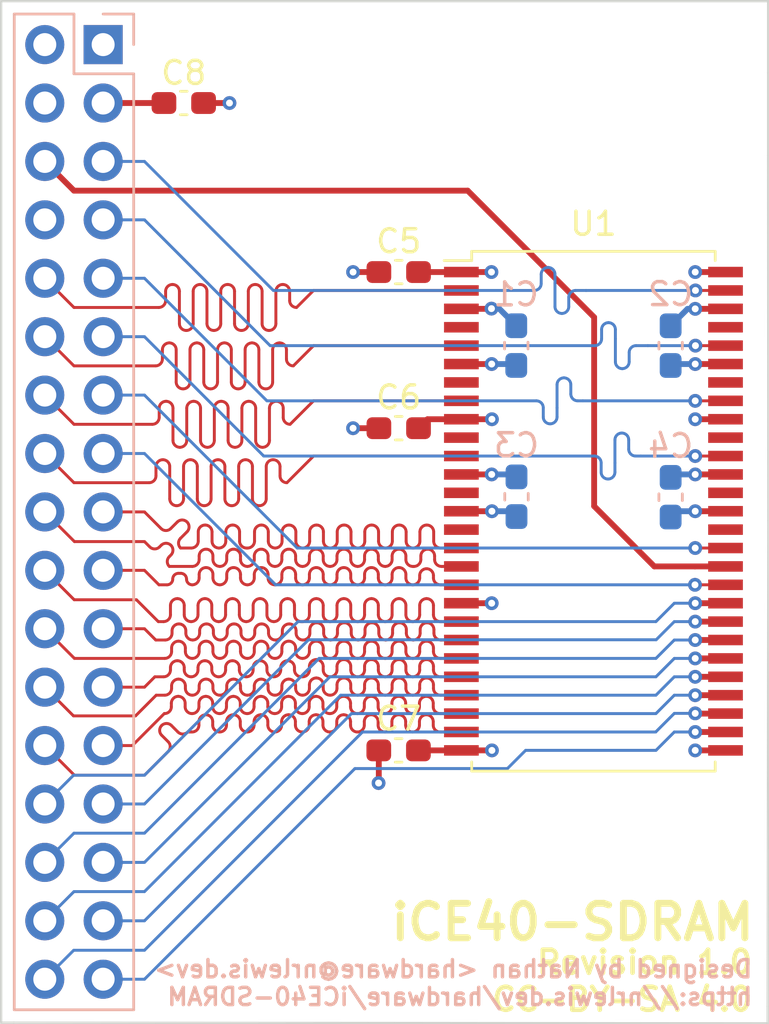
<source format=kicad_pcb>
(kicad_pcb (version 20211014) (generator pcbnew)
  (layers (0 "F.Cu" signal) (1 "In1.Cu" power) (2 "In2.Cu" power) (31 "B.Cu" signal) (34 "B.Paste" user) (35 "F.Paste" user) (36 "B.SilkS" user "B.Silkscreen") (37 "F.SilkS" user "F.Silkscreen") (38 "B.Mask" user) (39 "F.Mask" user) (44 "Edge.Cuts" user))
  (net 0 "")
  (net 2 "GND")
  (net 3 "+3V3")
  (net 4 "/CLK")
  (net 5 "/DQ0")
  (net 7 "/DQ1")
  (net 9 "/DQ2")
  (net 11 "/DQ3")
  (net 14 "/~{WE}")
  (net 15 "/~{CAS}")
  (net 16 "/~{RAS}")
  (net 17 "/BA0")
  (net 18 "/BA1")
  (net 19 "/A10")
  (net 20 "/A0")
  (net 21 "/A1")
  (net 22 "/A2")
  (net 23 "/A3")
  (net 24 "/A4")
  (net 25 "/A5")
  (net 26 "/A6")
  (net 27 "/A7")
  (net 28 "/A8")
  (net 29 "/A9")
  (net 30 "/A11")
  (net 31 "/A12")
  (net 32 "/CKE")
  (net 33 "/DQM")
  (net 36 "/DQ4")
  (net 38 "/DQ5")
  (net 40 "/DQ6")
  (net 42 "/DQ7")
  (footprint "Capacitor_SMD:C_0603_1608Metric_Pad1.08x0.95mm_HandSolder" (layer "F.Cu") (at 137.4025 85.24 180)
    (fp_text reference "C7")
    (fp_text value "100n" hide)
  )
  (footprint "Package_SO:TSOP-II-54_22.2x10.16mm_P0.8mm" (layer "F.Cu") (at 145.885 74.84)
    (fp_text reference "U1")
    (fp_text value "MT48LC32M8A2P")
  )
  (footprint "Capacitor_SMD:C_0603_1608Metric_Pad1.08x0.95mm_HandSolder" (layer "F.Cu") (at 137.4075 64.44 180)
    (fp_text reference "C5")
    (fp_text value "100n" hide)
  )
  (footprint "Capacitor_SMD:C_0603_1608Metric_Pad1.08x0.95mm_HandSolder" (layer "F.Cu") (at 128.05 57.09)
    (fp_text reference "C8")
    (fp_text value "1u" hide)
  )
  (footprint "Capacitor_SMD:C_0603_1608Metric_Pad1.08x0.95mm_HandSolder" (layer "F.Cu") (at 137.4075 71.23 180)
    (fp_text reference "C6")
    (fp_text value "100n" hide)
  )
  (footprint "Capacitor_SMD:C_0603_1608Metric_Pad1.08x0.95mm_HandSolder" (layer "B.Cu") (at 142.535 74.21 90)
    (fp_text reference "C3")
    (fp_text value "100n" hide)
  )
  (footprint "Capacitor_SMD:C_0603_1608Metric_Pad1.08x0.95mm_HandSolder" (layer "B.Cu") (at 149.245 67.64 90)
    (fp_text reference "C2")
    (fp_text value "100n" hide)
  )
  (footprint "Connector_PinHeader_2.54mm:PinHeader_2x17_P2.54mm_Vertical" (layer "B.Cu") (at 124.54 54.55 180)
    (fp_text reference "J1" hide)
    (fp_text value "iCE40BUS" hide)
  )
  (footprint "Capacitor_SMD:C_0603_1608Metric_Pad1.08x0.95mm_HandSolder" (layer "B.Cu") (at 149.245 74.23 -90)
    (fp_text reference "C4")
    (fp_text value "100n" hide)
  )
  (footprint "Capacitor_SMD:C_0603_1608Metric_Pad1.08x0.95mm_HandSolder" (layer "B.Cu") (at 142.525 67.6375 -90)
    (fp_text reference "C1")
    (fp_text value "100n" hide)
  )
  (gr_line (start 153.47 96.37) (end 153.47 97.11) (layer "Edge.Cuts") (width 0.1))
  (gr_line (start 120.1 97.08) (end 120.1 96.79) (layer "Edge.Cuts") (width 0.1))
  (gr_line (start 153.49 52.66) (end 153.49 55.77) (layer "Edge.Cuts") (width 0.1))
  (gr_line (start 153.49 55.77) (end 153.49 59.37) (layer "Edge.Cuts") (width 0.1))
  (gr_line (start 121.32 52.66) (end 153.49 52.66) (layer "Edge.Cuts") (width 0.1))
  (gr_line (start 120.65 97.08) (end 120.1 97.08) (layer "Edge.Cuts") (width 0.1))
  (gr_line (start 153.47 97.11) (end 120.65 97.08) (layer "Edge.Cuts") (width 0.1))
  (gr_line (start 153.49 59.37) (end 153.5 75.25) (layer "Edge.Cuts") (width 0.1))
  (gr_line (start 120.1 52.66) (end 121.32 52.66) (layer "Edge.Cuts") (width 0.1))
  (gr_line (start 120.1 96.79) (end 120.1 52.66) (layer "Edge.Cuts") (width 0.1))
  (gr_line (start 153.5 75.25) (end 153.47 96.37) (layer "Edge.Cuts") (width 0.1))
  (gr_text "Designed by Nathan <hardware@nrlewis.dev>\nhttps://nrlewis.dev/hardware/iCE40-SDRAM" (at 152.88 95.35) (layer "B.SilkS") (effects (font (size 0.75 0.75)) (justify left mirror)))
  (gr_text "iCE40-SDRAM" (at 153.03 92.71) (layer "F.SilkS") (effects (font (size 1.5 1.5) (thickness 0.3)) (justify right)))
  (gr_text "Revision 1.0\nCC-BY-SA 4.0" (at 152.91 95.26) (layer "F.SilkS") (effects (font (size 1 1) (thickness 0.2)) (justify right)))
  (segment (start 151.635 66.04) (end 150.315 66.04) (width 0.254) (layer "F.Cu") (net 2))
  (segment (start 128.9125 57.09) (end 130.04 57.09) (width 0.254) (layer "F.Cu") (net 2))
  (segment (start 151.635 64.44) (end 150.315 64.44) (width 0.254) (layer "F.Cu") (net 2))
  (segment (start 151.635 70.84) (end 150.315 70.84) (width 0.254) (layer "F.Cu") (net 2))
  (segment (start 140.135 68.44) (end 141.455 68.44) (width 0.254) (layer "F.Cu") (net 2))
  (segment (start 136.545 64.44) (end 135.42 64.44) (width 0.254) (layer "F.Cu") (net 2))
  (segment (start 151.635 85.24) (end 150.315 85.24) (width 0.254) (layer "F.Cu") (net 2))
  (segment (start 140.135 78.84) (end 141.455 78.84) (width 0.254) (layer "F.Cu") (net 2))
  (segment (start 140.135 73.24) (end 141.455 73.24) (width 0.254) (layer "F.Cu") (net 2))
  (segment (start 151.635 74.84) (end 150.315 74.84) (width 0.254) (layer "F.Cu") (net 2))
  (segment (start 136.545 71.23) (end 135.42 71.23) (width 0.254) (layer "F.Cu") (net 2))
  (segment (start 136.54 86.65) (end 136.53 86.66) (width 0.254) (layer "F.Cu") (net 2))
  (segment (start 136.54 85.24) (end 136.54 86.65) (width 0.254) (layer "F.Cu") (net 2))
  (via (at 141.455 68.44) (size 0.6) (drill 0.3) (layers "F.Cu" "B.Cu") (net 2))
  (via (at 136.53 86.66) (size 0.6) (drill 0.3) (layers "F.Cu" "B.Cu") (net 2))
  (via (at 150.315 66.04) (size 0.6) (drill 0.3) (layers "F.Cu" "B.Cu") (net 2))
  (via (at 135.42 64.44) (size 0.6) (drill 0.3) (layers "F.Cu" "B.Cu") (net 2))
  (via (at 150.315 85.24) (size 0.6) (drill 0.3) (layers "F.Cu" "B.Cu") (net 2))
  (via (at 141.455 78.84) (size 0.6) (drill 0.3) (layers "F.Cu" "B.Cu") (net 2))
  (via (at 150.315 70.84) (size 0.6) (drill 0.3) (layers "F.Cu" "B.Cu") (net 2))
  (via (at 150.315 74.84) (size 0.6) (drill 0.3) (layers "F.Cu" "B.Cu") (net 2))
  (via (at 141.455 73.24) (size 0.6) (drill 0.3) (layers "F.Cu" "B.Cu") (net 2))
  (via (at 135.42 71.23) (size 0.6) (drill 0.3) (layers "F.Cu" "B.Cu") (net 2))
  (via (at 130.04 57.09) (size 0.6) (drill 0.3) (layers "F.Cu" "B.Cu") (net 2))
  (via (at 150.315 64.44) (size 0.6) (drill 0.3) (layers "F.Cu" "B.Cu") (net 2))
  (segment (start 142.4275 73.24) (end 142.535 73.3475) (width 0.254) (layer "B.Cu") (net 2))
  (segment (start 150.315 66.04) (end 149.9825 66.04) (width 0.254) (layer "B.Cu") (net 2))
  (segment (start 141.455 68.44) (end 142.465 68.44) (width 0.254) (layer "B.Cu") (net 2))
  (segment (start 149.4975 74.84) (end 149.245 75.0925) (width 0.254) (layer "B.Cu") (net 2))
  (segment (start 141.455 73.24) (end 142.4275 73.24) (width 0.254) (layer "B.Cu") (net 2))
  (segment (start 142.465 68.44) (end 142.525 68.5) (width 0.254) (layer "B.Cu") (net 2))
  (segment (start 149.9825 66.04) (end 149.245 66.7775) (width 0.254) (layer "B.Cu") (net 2))
  (segment (start 150.315 74.84) (end 149.4975 74.84) (width 0.254) (layer "B.Cu") (net 2))
  (segment (start 140.135 66.04) (end 141.435 66.04) (width 0.254) (layer "F.Cu") (net 3))
  (segment (start 151.635 68.44) (end 150.315 68.44) (width 0.254) (layer "F.Cu") (net 3))
  (segment (start 140.135 70.84) (end 141.465 70.84) (width 0.254) (layer "F.Cu") (net 3))
  (segment (start 151.635 73.24) (end 150.315 73.24) (width 0.254) (layer "F.Cu") (net 3))
  (segment (start 140.135 70.84) (end 138.66 70.84) (width 0.254) (layer "F.Cu") (net 3))
  (segment (start 138.265 85.24) (end 140.135 85.24) (width 0.254) (layer "F.Cu") (net 3))
  (segment (start 138.66 70.84) (end 138.27 71.23) (width 0.254) (layer "F.Cu") (net 3))
  (segment (start 138.27 64.44) (end 140.135 64.44) (width 0.254) (layer "F.Cu") (net 3))
  (segment (start 140.135 74.84) (end 141.465 74.84) (width 0.254) (layer "F.Cu") (net 3))
  (segment (start 140.135 85.24) (end 141.465 85.24) (width 0.254) (layer "F.Cu") (net 3))
  (segment (start 140.135 64.44) (end 141.445 64.44) (width 0.254) (layer "F.Cu") (net 3))
  (segment (start 141.435 66.04) (end 141.445 66.03) (width 0.254) (layer "F.Cu") (net 3))
  (segment (start 124.54 57.09) (end 127.1875 57.09) (width 0.254) (layer "F.Cu") (net 3))
  (via (at 150.315 73.24) (size 0.6) (drill 0.3) (layers "F.Cu" "B.Cu") (net 3))
  (via (at 150.315 68.44) (size 0.6) (drill 0.3) (layers "F.Cu" "B.Cu") (net 3))
  (via (at 141.465 74.84) (size 0.6) (drill 0.3) (layers "F.Cu" "B.Cu") (net 3))
  (via (at 141.465 85.24) (size 0.6) (drill 0.3) (layers "F.Cu" "B.Cu") (net 3))
  (via (at 141.465 70.84) (size 0.6) (drill 0.3) (layers "F.Cu" "B.Cu") (net 3))
  (via (at 141.445 64.44) (size 0.6) (drill 0.3) (layers "F.Cu" "B.Cu") (net 3))
  (via (at 141.445 66.03) (size 0.6) (drill 0.3) (layers "F.Cu" "B.Cu") (net 3))
  (segment (start 149.3075 68.44) (end 149.245 68.5025) (width 0.254) (layer "B.Cu") (net 3))
  (segment (start 150.315 73.24) (end 149.3725 73.24) (width 0.254) (layer "B.Cu") (net 3))
  (segment (start 141.445 66.03) (end 141.78 66.03) (width 0.254) (layer "B.Cu") (net 3))
  (segment (start 150.315 68.44) (end 149.3075 68.44) (width 0.254) (layer "B.Cu") (net 3))
  (segment (start 142.3025 74.84) (end 142.535 75.0725) (width 0.254) (layer "B.Cu") (net 3))
  (segment (start 141.78 66.03) (end 142.525 66.775) (width 0.254) (layer "B.Cu") (net 3))
  (segment (start 141.465 74.84) (end 142.3025 74.84) (width 0.254) (layer "B.Cu") (net 3))
  (segment (start 149.3725 73.24) (end 149.245 73.3675) (width 0.254) (layer "B.Cu") (net 3))
  (segment (start 122 59.63) (end 123.27 60.9) (width 0.254) (layer "F.Cu") (net 4))
  (segment (start 148.535 77.24) (end 150.305 77.24) (width 0.254) (layer "F.Cu") (net 4))
  (segment (start 123.27 60.9) (end 140.41 60.9) (width 0.254) (layer "F.Cu") (net 4))
  (segment (start 140.41 60.9) (end 145.915 66.405) (width 0.254) (layer "F.Cu") (net 4))
  (segment (start 145.915 66.405) (end 145.915 74.62) (width 0.254) (layer "F.Cu") (net 4))
  (segment (start 151.635 77.24) (end 150.305 77.24) (width 0.254) (layer "F.Cu") (net 4))
  (segment (start 145.915 74.62) (end 148.535 77.24) (width 0.254) (layer "F.Cu") (net 4))
  (segment (start 130.86 66.68) (end 130.86 65.28) (width 0.127) (layer "F.Cu") (net 5))
  (segment (start 123.27 65.98) (end 126.96 65.98) (width 0.127) (layer "F.Cu") (net 5))
  (segment (start 127.86 65.28) (end 127.86 66.68) (width 0.127) (layer "F.Cu") (net 5))
  (segment (start 129.66 66.68) (end 129.66 65.28) (width 0.127) (layer "F.Cu") (net 5))
  (segment (start 122 64.71) (end 123.27 65.98) (width 0.127) (layer "F.Cu") (net 5))
  (segment (start 132.96 65.98) (end 133.7 65.24) (width 0.127) (layer "F.Cu") (net 5))
  (segment (start 130.26 65.28) (end 130.26 66.68) (width 0.127) (layer "F.Cu") (net 5))
  (segment (start 128.46 66.68) (end 128.46 65.28) (width 0.127) (layer "F.Cu") (net 5))
  (segment (start 131.46 65.28) (end 131.46 66.68) (width 0.127) (layer "F.Cu") (net 5))
  (segment (start 132.66 65.28) (end 132.66 65.68) (width 0.127) (layer "F.Cu") (net 5))
  (segment (start 129.06 65.28) (end 129.06 66.68) (width 0.127) (layer "F.Cu") (net 5))
  (segment (start 132.06 66.68) (end 132.06 65.28) (width 0.127) (layer "F.Cu") (net 5))
  (segment (start 127.26 65.68) (end 127.26 65.28) (width 0.127) (layer "F.Cu") (net 5))
  (segment (start 133.7 65.24) (end 140.135 65.24) (width 0.127) (layer "F.Cu") (net 5))
  (arc (start 126.96 65.98) (mid 127.172132 65.892132) (end 127.26 65.68) (width 0.127) (layer "F.Cu") (net 5))
  (arc (start 132.36 64.98) (mid 132.572132 65.067868) (end 132.66 65.28) (width 0.127) (layer "F.Cu") (net 5))
  (arc (start 129.96 64.98) (mid 130.172132 65.067868) (end 130.26 65.28) (width 0.127) (layer "F.Cu") (net 5))
  (arc (start 129.66 65.28) (mid 129.747868 65.067868) (end 129.96 64.98) (width 0.127) (layer "F.Cu") (net 5))
  (arc (start 128.76 64.98) (mid 128.972132 65.067868) (end 129.06 65.28) (width 0.127) (layer "F.Cu") (net 5))
  (arc (start 132.06 65.28) (mid 132.147868 65.067868) (end 132.36 64.98) (width 0.127) (layer "F.Cu") (net 5))
  (arc (start 128.16 66.98) (mid 128.372132 66.892132) (end 128.46 66.68) (width 0.127) (layer "F.Cu") (net 5))
  (arc (start 128.46 65.28) (mid 128.547868 65.067868) (end 128.76 64.98) (width 0.127) (layer "F.Cu") (net 5))
  (arc (start 127.26 65.28) (mid 127.347868 65.067868) (end 127.56 64.98) (width 0.127) (layer "F.Cu") (net 5))
  (arc (start 130.56 66.98) (mid 130.772132 66.892132) (end 130.86 66.68) (width 0.127) (layer "F.Cu") (net 5))
  (arc (start 129.06 66.68) (mid 129.147868 66.892132) (end 129.36 66.98) (width 0.127) (layer "F.Cu") (net 5))
  (arc (start 127.86 66.68) (mid 127.947868 66.892132) (end 128.16 66.98) (width 0.127) (layer "F.Cu") (net 5))
  (arc (start 130.86 65.28) (mid 130.947868 65.067868) (end 131.16 64.98) (width 0.127) (layer "F.Cu") (net 5))
  (arc (start 131.46 66.68) (mid 131.547868 66.892132) (end 131.76 66.98) (width 0.127) (layer "F.Cu") (net 5))
  (arc (start 131.76 66.98) (mid 131.972132 66.892132) (end 132.06 66.68) (width 0.127) (layer "F.Cu") (net 5))
  (arc (start 132.66 65.68) (mid 132.747868 65.892132) (end 132.96 65.98) (width 0.127) (layer "F.Cu") (net 5))
  (arc (start 130.26 66.68) (mid 130.347868 66.892132) (end 130.56 66.98) (width 0.127) (layer "F.Cu") (net 5))
  (arc (start 129.36 66.98) (mid 129.572132 66.892132) (end 129.66 66.68) (width 0.127) (layer "F.Cu") (net 5))
  (arc (start 127.56 64.98) (mid 127.772132 65.067868) (end 127.86 65.28) (width 0.127) (layer "F.Cu") (net 5))
  (arc (start 131.16 64.98) (mid 131.372132 65.067868) (end 131.46 65.28) (width 0.127) (layer "F.Cu") (net 5))
  (segment (start 122 67.25) (end 123.27 68.52) (width 0.127) (layer "F.Cu") (net 7))
  (segment (start 131.32 67.82) (end 131.32 69.22) (width 0.127) (layer "F.Cu") (net 7))
  (segment (start 131.92 69.22) (end 131.92 67.82) (width 0.127) (layer "F.Cu") (net 7))
  (segment (start 132.52 67.82) (end 132.52 68.22) (width 0.127) (layer "F.Cu") (net 7))
  (segment (start 128.92 67.82) (end 128.92 69.22) (width 0.127) (layer "F.Cu") (net 7))
  (segment (start 127.72 67.82) (end 127.72 69.22) (width 0.127) (layer "F.Cu") (net 7))
  (segment (start 130.72 69.22) (end 130.72 67.82) (width 0.127) (layer "F.Cu") (net 7))
  (segment (start 133.7 67.64) (end 140.135 67.64) (width 0.127) (layer "F.Cu") (net 7))
  (segment (start 130.12 67.82) (end 130.12 69.22) (width 0.127) (layer "F.Cu") (net 7))
  (segment (start 123.27 68.52) (end 126.82 68.52) (width 0.127) (layer "F.Cu") (net 7))
  (segment (start 129.52 69.22) (end 129.52 67.82) (width 0.127) (layer "F.Cu") (net 7))
  (segment (start 128.32 69.22) (end 128.32 67.82) (width 0.127) (layer "F.Cu") (net 7))
  (segment (start 132.82 68.52) (end 133.7 67.64) (width 0.127) (layer "F.Cu") (net 7))
  (segment (start 127.12 68.22) (end 127.12 67.82) (width 0.127) (layer "F.Cu") (net 7))
  (arc (start 129.22 69.52) (mid 129.432132 69.432132) (end 129.52 69.22) (width 0.127) (layer "F.Cu") (net 7))
  (arc (start 131.02 67.52) (mid 131.232132 67.607868) (end 131.32 67.82) (width 0.127) (layer "F.Cu") (net 7))
  (arc (start 127.12 67.82) (mid 127.207868 67.607868) (end 127.42 67.52) (width 0.127) (layer "F.Cu") (net 7))
  (arc (start 131.32 69.22) (mid 131.407868 69.432132) (end 131.62 69.52) (width 0.127) (layer "F.Cu") (net 7))
  (arc (start 130.42 69.52) (mid 130.632132 69.432132) (end 130.72 69.22) (width 0.127) (layer "F.Cu") (net 7))
  (arc (start 126.82 68.52) (mid 127.032132 68.432132) (end 127.12 68.22) (width 0.127) (layer "F.Cu") (net 7))
  (arc (start 131.62 69.52) (mid 131.832132 69.432132) (end 131.92 69.22) (width 0.127) (layer "F.Cu") (net 7))
  (arc (start 132.52 68.22) (mid 132.607868 68.432132) (end 132.82 68.52) (width 0.127) (layer "F.Cu") (net 7))
  (arc (start 127.72 69.22) (mid 127.807868 69.432132) (end 128.02 69.52) (width 0.127) (layer "F.Cu") (net 7))
  (arc (start 129.82 67.52) (mid 130.032132 67.607868) (end 130.12 67.82) (width 0.127) (layer "F.Cu") (net 7))
  (arc (start 127.42 67.52) (mid 127.632132 67.607868) (end 127.72 67.82) (width 0.127) (layer "F.Cu") (net 7))
  (arc (start 132.22 67.52) (mid 132.432132 67.607868) (end 132.52 67.82) (width 0.127) (layer "F.Cu") (net 7))
  (arc (start 128.62 67.52) (mid 128.832132 67.607868) (end 128.92 67.82) (width 0.127) (layer "F.Cu") (net 7))
  (arc (start 130.72 67.82) (mid 130.807868 67.607868) (end 131.02 67.52) (width 0.127) (layer "F.Cu") (net 7))
  (arc (start 130.12 69.22) (mid 130.207868 69.432132) (end 130.42 69.52) (width 0.127) (layer "F.Cu") (net 7))
  (arc (start 131.92 67.82) (mid 132.007868 67.607868) (end 132.22 67.52) (width 0.127) (layer "F.Cu") (net 7))
  (arc (start 129.52 67.82) (mid 129.607868 67.607868) (end 129.82 67.52) (width 0.127) (layer "F.Cu") (net 7))
  (arc (start 128.32 67.82) (mid 128.407868 67.607868) (end 128.62 67.52) (width 0.127) (layer "F.Cu") (net 7))
  (arc (start 128.02 69.52) (mid 128.232132 69.432132) (end 128.32 69.22) (width 0.127) (layer "F.Cu") (net 7))
  (arc (start 128.92 69.22) (mid 129.007868 69.432132) (end 129.22 69.52) (width 0.127) (layer "F.Cu") (net 7))
  (segment (start 129.38 71.76) (end 129.38 70.36) (width 0.127) (layer "F.Cu") (net 9))
  (segment (start 131.18 70.36) (end 131.18 71.76) (width 0.127) (layer "F.Cu") (net 9))
  (segment (start 132.68 71.06) (end 133.7 70.04) (width 0.127) (layer "F.Cu") (net 9))
  (segment (start 129.98 70.36) (end 129.98 71.76) (width 0.127) (layer "F.Cu") (net 9))
  (segment (start 123.27 71.06) (end 126.68 71.06) (width 0.127) (layer "F.Cu") (net 9))
  (segment (start 131.78 71.76) (end 131.78 70.36) (width 0.127) (layer "F.Cu") (net 9))
  (segment (start 132.38 70.36) (end 132.38 70.76) (width 0.127) (layer "F.Cu") (net 9))
  (segment (start 122 69.79) (end 123.27 71.06) (width 0.127) (layer "F.Cu") (net 9))
  (segment (start 130.58 71.76) (end 130.58 70.36) (width 0.127) (layer "F.Cu") (net 9))
  (segment (start 126.98 70.76) (end 126.98 70.36) (width 0.127) (layer "F.Cu") (net 9))
  (segment (start 133.7 70.04) (end 140.135 70.04) (width 0.127) (layer "F.Cu") (net 9))
  (segment (start 128.18 71.76) (end 128.18 70.36) (width 0.127) (layer "F.Cu") (net 9))
  (segment (start 128.78 70.36) (end 128.78 71.76) (width 0.127) (layer "F.Cu") (net 9))
  (segment (start 127.58 70.36) (end 127.58 71.76) (width 0.127) (layer "F.Cu") (net 9))
  (arc (start 129.68 70.06) (mid 129.892132 70.147868) (end 129.98 70.36) (width 0.127) (layer "F.Cu") (net 9))
  (arc (start 128.78 71.76) (mid 128.867868 71.972132) (end 129.08 72.06) (width 0.127) (layer "F.Cu") (net 9))
  (arc (start 128.48 70.06) (mid 128.692132 70.147868) (end 128.78 70.36) (width 0.127) (layer "F.Cu") (net 9))
  (arc (start 127.88 72.06) (mid 128.092132 71.972132) (end 128.18 71.76) (width 0.127) (layer "F.Cu") (net 9))
  (arc (start 126.68 71.06) (mid 126.892132 70.972132) (end 126.98 70.76) (width 0.127) (layer "F.Cu") (net 9))
  (arc (start 129.98 71.76) (mid 130.067868 71.972132) (end 130.28 72.06) (width 0.127) (layer "F.Cu") (net 9))
  (arc (start 127.58 71.76) (mid 127.667868 71.972132) (end 127.88 72.06) (width 0.127) (layer "F.Cu") (net 9))
  (arc (start 126.98 70.36) (mid 127.067868 70.147868) (end 127.28 70.06) (width 0.127) (layer "F.Cu") (net 9))
  (arc (start 132.38 70.76) (mid 132.467868 70.972132) (end 132.68 71.06) (width 0.127) (layer "F.Cu") (net 9))
  (arc (start 128.18 70.36) (mid 128.267868 70.147868) (end 128.48 70.06) (width 0.127) (layer "F.Cu") (net 9))
  (arc (start 129.38 70.36) (mid 129.467868 70.147868) (end 129.68 70.06) (width 0.127) (layer "F.Cu") (net 9))
  (arc (start 130.58 70.36) (mid 130.667868 70.147868) (end 130.88 70.06) (width 0.127) (layer "F.Cu") (net 9))
  (arc (start 127.28 70.06) (mid 127.492132 70.147868) (end 127.58 70.36) (width 0.127) (layer "F.Cu") (net 9))
  (arc (start 130.28 72.06) (mid 130.492132 71.972132) (end 130.58 71.76) (width 0.127) (layer "F.Cu") (net 9))
  (arc (start 131.48 72.06) (mid 131.692132 71.972132) (end 131.78 71.76) (width 0.127) (layer "F.Cu") (net 9))
  (arc (start 129.08 72.06) (mid 129.292132 71.972132) (end 129.38 71.76) (width 0.127) (layer "F.Cu") (net 9))
  (arc (start 132.08 70.06) (mid 132.292132 70.147868) (end 132.38 70.36) (width 0.127) (layer "F.Cu") (net 9))
  (arc (start 131.18 71.76) (mid 131.267868 71.972132) (end 131.48 72.06) (width 0.127) (layer "F.Cu") (net 9))
  (arc (start 131.78 70.36) (mid 131.867868 70.147868) (end 132.08 70.06) (width 0.127) (layer "F.Cu") (net 9))
  (arc (start 130.88 70.06) (mid 131.092132 70.147868) (end 131.18 70.36) (width 0.127) (layer "F.Cu") (net 9))
  (segment (start 129.84 72.9) (end 129.84 74.3) (width 0.127) (layer "F.Cu") (net 11))
  (segment (start 132.54 73.6) (end 133.7 72.44) (width 0.127) (layer "F.Cu") (net 11))
  (segment (start 129.24 74.3) (end 129.24 72.9) (width 0.127) (layer "F.Cu") (net 11))
  (segment (start 128.04 74.3) (end 128.04 72.9) (width 0.127) (layer "F.Cu") (net 11))
  (segment (start 130.44 74.3) (end 130.44 72.9) (width 0.127) (layer "F.Cu") (net 11))
  (segment (start 128.64 72.9) (end 128.64 74.3) (width 0.127) (layer "F.Cu") (net 11))
  (segment (start 127.44 72.9) (end 127.44 74.3) (width 0.127) (layer "F.Cu") (net 11))
  (segment (start 131.04 72.9) (end 131.04 74.3) (width 0.127) (layer "F.Cu") (net 11))
  (segment (start 126.84 73.3) (end 126.84 72.9) (width 0.127) (layer "F.Cu") (net 11))
  (segment (start 132.24 72.9) (end 132.24 73.3) (width 0.127) (layer "F.Cu") (net 11))
  (segment (start 131.64 74.3) (end 131.64 72.9) (width 0.127) (layer "F.Cu") (net 11))
  (segment (start 133.7 72.44) (end 140.135 72.44) (width 0.127) (layer "F.Cu") (net 11))
  (segment (start 123.27 73.6) (end 126.54 73.6) (width 0.127) (layer "F.Cu") (net 11))
  (segment (start 122 72.33) (end 123.27 73.6) (width 0.127) (layer "F.Cu") (net 11))
  (arc (start 130.74 72.6) (mid 130.952132 72.687868) (end 131.04 72.9) (width 0.127) (layer "F.Cu") (net 11))
  (arc (start 131.94 72.6) (mid 132.152132 72.687868) (end 132.24 72.9) (width 0.127) (layer "F.Cu") (net 11))
  (arc (start 130.14 74.6) (mid 130.352132 74.512132) (end 130.44 74.3) (width 0.127) (layer "F.Cu") (net 11))
  (arc (start 130.44 72.9) (mid 130.527868 72.687868) (end 130.74 72.6) (width 0.127) (layer "F.Cu") (net 11))
  (arc (start 129.84 74.3) (mid 129.927868 74.512132) (end 130.14 74.6) (width 0.127) (layer "F.Cu") (net 11))
  (arc (start 128.64 74.3) (mid 128.727868 74.512132) (end 128.94 74.6) (width 0.127) (layer "F.Cu") (net 11))
  (arc (start 127.74 74.6) (mid 127.952132 74.512132) (end 128.04 74.3) (width 0.127) (layer "F.Cu") (net 11))
  (arc (start 129.24 72.9) (mid 129.327868 72.687868) (end 129.54 72.6) (width 0.127) (layer "F.Cu") (net 11))
  (arc (start 128.94 74.6) (mid 129.152132 74.512132) (end 129.24 74.3) (width 0.127) (layer "F.Cu") (net 11))
  (arc (start 128.04 72.9) (mid 128.127868 72.687868) (end 128.34 72.6) (width 0.127) (layer "F.Cu") (net 11))
  (arc (start 126.54 73.6) (mid 126.752132 73.512132) (end 126.84 73.3) (width 0.127) (layer "F.Cu") (net 11))
  (arc (start 128.34 72.6) (mid 128.552132 72.687868) (end 128.64 72.9) (width 0.127) (layer "F.Cu") (net 11))
  (arc (start 131.34 74.6) (mid 131.552132 74.512132) (end 131.64 74.3) (width 0.127) (layer "F.Cu") (net 11))
  (arc (start 129.54 72.6) (mid 129.752132 72.687868) (end 129.84 72.9) (width 0.127) (layer "F.Cu") (net 11))
  (arc (start 131.04 74.3) (mid 131.127868 74.512132) (end 131.34 74.6) (width 0.127) (layer "F.Cu") (net 11))
  (arc (start 127.14 72.6) (mid 127.352132 72.687868) (end 127.44 72.9) (width 0.127) (layer "F.Cu") (net 11))
  (arc (start 131.64 72.9) (mid 131.727868 72.687868) (end 131.94 72.6) (width 0.127) (layer "F.Cu") (net 11))
  (arc (start 126.84 72.9) (mid 126.927868 72.687868) (end 127.14 72.6) (width 0.127) (layer "F.Cu") (net 11))
  (arc (start 127.44 74.3) (mid 127.527868 74.512132) (end 127.74 74.6) (width 0.127) (layer "F.Cu") (net 11))
  (arc (start 132.24 73.3) (mid 132.327868 73.512132) (end 132.54 73.6) (width 0.127) (layer "F.Cu") (net 11))
  (segment (start 126.34 74.87) (end 127.06147 75.59147) (width 0.127) (layer "F.Cu") (net 14))
  (segment (start 128.68 76.14) (end 128.68 75.74) (width 0.127) (layer "F.Cu") (net 14))
  (segment (start 134.73 76.14) (end 134.73 75.74) (width 0.127) (layer "F.Cu") (net 14))
  (segment (start 138.33 76.14) (end 138.33 75.74) (width 0.127) (layer "F.Cu") (net 14))
  (segment (start 139.28 76.44) (end 140.135 76.44) (width 0.127) (layer "F.Cu") (net 14))
  (segment (start 131.13 76.14) (end 131.13 75.74) (width 0.127) (layer "F.Cu") (net 14))
  (segment (start 127.91 76.44) (end 128.38 76.44) (width 0.127) (layer "F.Cu") (net 14))
  (segment (start 134.13 75.74) (end 134.13 76.14) (width 0.127) (layer "F.Cu") (net 14))
  (segment (start 129.28 75.74) (end 129.28 76.14) (width 0.127) (layer "F.Cu") (net 14))
  (segment (start 135.93 76.14) (end 135.93 75.74) (width 0.127) (layer "F.Cu") (net 14))
  (segment (start 127.485734 75.59147) (end 127.768577 75.308628) (width 0.127) (layer "F.Cu") (net 14))
  (segment (start 131.73 75.74) (end 131.73 76.14) (width 0.127) (layer "F.Cu") (net 14))
  (segment (start 127.91 76.015735) (end 127.909999 76.015735) (width 0.127) (layer "F.Cu") (net 14))
  (segment (start 132.93 75.74) (end 132.93 76.14) (width 0.127) (layer "F.Cu") (net 14))
  (segment (start 136.53 75.74) (end 136.53 76.14) (width 0.127) (layer "F.Cu") (net 14))
  (segment (start 137.73 75.74) (end 137.73 76.14) (width 0.127) (layer "F.Cu") (net 14))
  (segment (start 130.48 75.74) (end 130.48 76.14) (width 0.127) (layer "F.Cu") (net 14))
  (segment (start 139.23 76.44) (end 139.28 76.44) (width 0.127) (layer "F.Cu") (net 14))
  (segment (start 127.768577 75.308628) (end 127.768577 75.308627) (width 0.127) (layer "F.Cu") (net 14))
  (segment (start 128.192842 75.732892) (end 127.91 76.015735) (width 0.127) (layer "F.Cu") (net 14))
  (segment (start 138.93 75.74) (end 138.93 76.14) (width 0.127) (layer "F.Cu") (net 14))
  (segment (start 137.13 76.14) (end 137.13 75.74) (width 0.127) (layer "F.Cu") (net 14))
  (segment (start 129.88 76.14) (end 129.88 75.74) (width 0.127) (layer "F.Cu") (net 14))
  (segment (start 132.33 76.14) (end 132.33 75.74) (width 0.127) (layer "F.Cu") (net 14))
  (segment (start 130.78 76.44) (end 130.83 76.44) (width 0.127) (layer "F.Cu") (net 14))
  (segment (start 124.54 74.87) (end 126.34 74.87) (width 0.127) (layer "F.Cu") (net 14))
  (segment (start 135.33 75.74) (end 135.33 76.14) (width 0.127) (layer "F.Cu") (net 14))
  (segment (start 133.53 76.14) (end 133.53 75.74) (width 0.127) (layer "F.Cu") (net 14))
  (arc (start 129.88 75.74) (mid 129.967868 75.527868) (end 130.18 75.44) (width 0.127) (layer "F.Cu") (net 14))
  (arc (start 138.33 75.74) (mid 138.417868 75.527868) (end 138.63 75.44) (width 0.127) (layer "F.Cu") (net 14))
  (arc (start 131.73 76.14) (mid 131.817868 76.352132) (end 132.03 76.44) (width 0.127) (layer "F.Cu") (net 14))
  (arc (start 133.53 75.74) (mid 133.617868 75.527868) (end 133.83 75.44) (width 0.127) (layer "F.Cu") (net 14))
  (arc (start 137.73 76.14) (mid 137.817868 76.352132) (end 138.03 76.44) (width 0.127) (layer "F.Cu") (net 14))
  (arc (start 127.06147 75.59147) (mid 127.273602 75.679338) (end 127.485734 75.59147) (width 0.127) (layer "F.Cu") (net 14))
  (arc (start 136.23 75.44) (mid 136.442132 75.527868) (end 136.53 75.74) (width 0.127) (layer "F.Cu") (net 14))
  (arc (start 134.43 76.44) (mid 134.642132 76.352132) (end 134.73 76.14) (width 0.127) (layer "F.Cu") (net 14))
  (arc (start 132.33 75.74) (mid 132.417868 75.527868) (end 132.63 75.44) (width 0.127) (layer "F.Cu") (net 14))
  (arc (start 129.58 76.44) (mid 129.792132 76.352132) (end 129.88 76.14) (width 0.127) (layer "F.Cu") (net 14))
  (arc (start 136.53 76.14) (mid 136.617868 76.352132) (end 136.83 76.44) (width 0.127) (layer "F.Cu") (net 14))
  (arc (start 131.43 75.44) (mid 131.642132 75.527868) (end 131.73 75.74) (width 0.127) (layer "F.Cu") (net 14))
  (arc (start 127.909999 76.015735) (mid 127.822131 76.227868) (end 127.91 76.44) (width 0.127) (layer "F.Cu") (net 14))
  (arc (start 136.83 76.44) (mid 137.042132 76.352132) (end 137.13 76.14) (width 0.127) (layer "F.Cu") (net 14))
  (arc (start 137.43 75.44) (mid 137.642132 75.527868) (end 137.73 75.74) (width 0.127) (layer "F.Cu") (net 14))
  (arc (start 134.73 75.74) (mid 134.817868 75.527868) (end 135.03 75.44) (width 0.127) (layer "F.Cu") (net 14))
  (arc (start 138.03 76.44) (mid 138.242132 76.352132) (end 138.33 76.14) (width 0.127) (layer "F.Cu") (net 14))
  (arc (start 133.23 76.44) (mid 133.442132 76.352132) (end 133.53 76.14) (width 0.127) (layer "F.Cu") (net 14))
  (arc (start 130.83 76.44) (mid 131.042132 76.352132) (end 131.13 76.14) (width 0.127) (layer "F.Cu") (net 14))
  (arc (start 128.98 75.44) (mid 129.192132 75.527868) (end 129.28 75.74) (width 0.127) (layer "F.Cu") (net 14))
  (arc (start 134.13 76.14) (mid 134.217868 76.352132) (end 134.43 76.44) (width 0.127) (layer "F.Cu") (net 14))
  (arc (start 135.33 76.14) (mid 135.417868 76.352132) (end 135.63 76.44) (width 0.127) (layer "F.Cu") (net 14))
  (arc (start 135.03 75.44) (mid 135.242132 75.527868) (end 135.33 75.74) (width 0.127) (layer "F.Cu") (net 14))
  (arc (start 129.28 76.14) (mid 129.367868 76.352132) (end 129.58 76.44) (width 0.127) (layer "F.Cu") (net 14))
  (arc (start 130.18 75.44) (mid 130.392132 75.527868) (end 130.48 75.74) (width 0.127) (layer "F.Cu") (net 14))
  (arc (start 135.93 75.74) (mid 136.017868 75.527868) (end 136.23 75.44) (width 0.127) (layer "F.Cu") (net 14))
  (arc (start 128.192842 75.308628) (mid 128.28071 75.52076) (end 128.192842 75.732892) (width 0.127) (layer "F.Cu") (net 14))
  (arc (start 128.68 75.74) (mid 128.767868 75.527868) (end 128.98 75.44) (width 0.127) (layer "F.Cu") (net 14))
  (arc (start 131.13 75.74) (mid 131.217868 75.527868) (end 131.43 75.44) (width 0.127) (layer "F.Cu") (net 14))
  (arc (start 132.93 76.14) (mid 133.017868 76.352132) (end 133.23 76.44) (width 0.127) (layer "F.Cu") (net 14))
  (arc (start 135.63 76.44) (mid 135.842132 76.352132) (end 135.93 76.14) (width 0.127) (layer "F.Cu") (net 14))
  (arc (start 137.13 75.74) (mid 137.217868 75.527868) (end 137.43 75.44) (width 0.127) (layer "F.Cu") (net 14))
  (arc (start 133.83 75.44) (mid 134.042132 75.527868) (end 134.13 75.74) (width 0.127) (layer "F.Cu") (net 14))
  (arc (start 132.63 75.44) (mid 132.842132 75.527868) (end 132.93 75.74) (width 0.127) (layer "F.Cu") (net 14))
  (arc (start 130.48 76.14) (mid 130.567868 76.352132) (end 130.78 76.44) (width 0.127) (layer "F.Cu") (net 14))
  (arc (start 138.63 75.44) (mid 138.842132 75.527868) (end 138.93 75.74) (width 0.127) (layer "F.Cu") (net 14))
  (arc (start 132.03 76.44) (mid 132.242132 76.352132) (end 132.33 76.14) (width 0.127) (layer "F.Cu") (net 14))
  (arc (start 138.93 76.14) (mid 139.017868 76.352132) (end 139.23 76.44) (width 0.127) (layer "F.Cu") (net 14))
  (arc (start 128.38 76.44) (mid 128.592132 76.352132) (end 128.68 76.14) (width 0.127) (layer "F.Cu") (net 14))
  (arc (start 127.768577 75.308627) (mid 127.98071 75.220759) (end 128.192842 75.308628) (width 0.127) (layer "F.Cu") (net 14))
  (segment (start 135.92 76.94) (end 135.92 76.79) (width 0.127) (layer "F.Cu") (net 15))
  (segment (start 132.32 76.94) (end 132.32 76.79) (width 0.127) (layer "F.Cu") (net 15))
  (segment (start 138.02 77.24) (end 138.07 77.24) (width 0.127) (layer "F.Cu") (net 15))
  (segment (start 127.49071 76.745024) (end 127.42 76.815735) (width 0.127) (layer "F.Cu") (net 15))
  (segment (start 129.32 76.79) (end 129.32 76.94) (width 0.127) (layer "F.Cu") (net 15))
  (segment (start 122 74.87) (end 123.29 76.16) (width 0.127) (layer "F.Cu") (net 15))
  (segment (start 138.97 76.79) (end 138.97 76.94) (width 0.127) (layer "F.Cu") (net 15))
  (segment (start 137.72 76.79) (end 137.72 76.94) (width 0.127) (layer "F.Cu") (net 15))
  (segment (start 134.12 76.79) (end 134.12 76.94) (width 0.127) (layer "F.Cu") (net 15))
  (segment (start 139.32 77.24) (end 140.135 77.24) (width 0.127) (layer "F.Cu") (net 15))
  (segment (start 133.52 76.94) (end 133.52 76.79) (width 0.127) (layer "F.Cu") (net 15))
  (segment (start 135.32 76.79) (end 135.32 76.94) (width 0.127) (layer "F.Cu") (net 15))
  (segment (start 136.52 76.79) (end 136.52 76.94) (width 0.127) (layer "F.Cu") (net 15))
  (segment (start 130.52 76.79) (end 130.52 76.94) (width 0.127) (layer "F.Cu") (net 15))
  (segment (start 131.12 76.94) (end 131.12 76.79) (width 0.127) (layer "F.Cu") (net 15))
  (segment (start 126.34 76.16) (end 126.57147 76.39147) (width 0.127) (layer "F.Cu") (net 15))
  (segment (start 138.37 76.94) (end 138.37 76.79) (width 0.127) (layer "F.Cu") (net 15))
  (segment (start 139.27 77.24) (end 139.32 77.24) (width 0.127) (layer "F.Cu") (net 15))
  (segment (start 128.72 76.94) (end 128.72 76.79) (width 0.127) (layer "F.Cu") (net 15))
  (segment (start 127.42 77.24) (end 128.42 77.24) (width 0.127) (layer "F.Cu") (net 15))
  (segment (start 131.72 76.79) (end 131.72 76.94) (width 0.127) (layer "F.Cu") (net 15))
  (segment (start 127.066445 76.32076) (end 127.066445 76.320759) (width 0.127) (layer "F.Cu") (net 15))
  (segment (start 137.12 76.94) (end 137.12 76.79) (width 0.127) (layer "F.Cu") (net 15))
  (segment (start 127.42 76.815735) (end 127.419999 76.815735) (width 0.127) (layer "F.Cu") (net 15))
  (segment (start 126.995734 76.39147) (end 127.066445 76.32076) (width 0.127) (layer "F.Cu") (net 15))
  (segment (start 129.92 76.94) (end 129.92 76.79) (width 0.127) (layer "F.Cu") (net 15))
  (segment (start 123.29 76.16) (end 126.34 76.16) (width 0.127) (layer "F.Cu") (net 15))
  (segment (start 132.92 76.79) (end 132.92 76.94) (width 0.127) (layer "F.Cu") (net 15))
  (segment (start 134.72 76.94) (end 134.72 76.79) (width 0.127) (layer "F.Cu") (net 15))
  (arc (start 134.12 76.94) (mid 134.207868 77.152132) (end 134.42 77.24) (width 0.127) (layer "F.Cu") (net 15))
  (arc (start 136.22 76.49) (mid 136.432132 76.577868) (end 136.52 76.79) (width 0.127) (layer "F.Cu") (net 15))
  (arc (start 132.02 77.24) (mid 132.232132 77.152132) (end 132.32 76.94) (width 0.127) (layer "F.Cu") (net 15))
  (arc (start 127.419999 76.815735) (mid 127.332131 77.027868) (end 127.42 77.24) (width 0.127) (layer "F.Cu") (net 15))
  (arc (start 133.52 76.79) (mid 133.607868 76.577868) (end 133.82 76.49) (width 0.127) (layer "F.Cu") (net 15))
  (arc (start 135.32 76.94) (mid 135.407868 77.152132) (end 135.62 77.24) (width 0.127) (layer "F.Cu") (net 15))
  (arc (start 137.12 76.79) (mid 137.207868 76.577868) (end 137.42 76.49) (width 0.127) (layer "F.Cu") (net 15))
  (arc (start 136.82 77.24) (mid 137.032132 77.152132) (end 137.12 76.94) (width 0.127) (layer "F.Cu") (net 15))
  (arc (start 129.62 77.24) (mid 129.832132 77.152132) (end 129.92 76.94) (width 0.127) (layer "F.Cu") (net 15))
  (arc (start 128.72 76.79) (mid 128.807868 76.577868) (end 129.02 76.49) (width 0.127) (layer "F.Cu") (net 15))
  (arc (start 133.22 77.24) (mid 133.432132 77.152132) (end 133.52 76.94) (width 0.127) (layer "F.Cu") (net 15))
  (arc (start 138.67 76.49) (mid 138.882132 76.577868) (end 138.97 76.79) (width 0.127) (layer "F.Cu") (net 15))
  (arc (start 138.97 76.94) (mid 139.057868 77.152132) (end 139.27 77.24) (width 0.127) (layer "F.Cu") (net 15))
  (arc (start 128.42 77.24) (mid 128.632132 77.152132) (end 128.72 76.94) (width 0.127) (layer "F.Cu") (net 15))
  (arc (start 130.52 76.94) (mid 130.607868 77.152132) (end 130.82 77.24) (width 0.127) (layer "F.Cu") (net 15))
  (arc (start 131.12 76.79) (mid 131.207868 76.577868) (end 131.42 76.49) (width 0.127) (layer "F.Cu") (net 15))
  (arc (start 138.37 76.79) (mid 138.457868 76.577868) (end 138.67 76.49) (width 0.127) (layer "F.Cu") (net 15))
  (arc (start 137.42 76.49) (mid 137.632132 76.577868) (end 137.72 76.79) (width 0.127) (layer "F.Cu") (net 15))
  (arc (start 132.62 76.49) (mid 132.832132 76.577868) (end 132.92 76.79) (width 0.127) (layer "F.Cu") (net 15))
  (arc (start 135.62 77.24) (mid 135.832132 77.152132) (end 135.92 76.94) (width 0.127) (layer "F.Cu") (net 15))
  (arc (start 126.57147 76.39147) (mid 126.783602 76.479338) (end 126.995734 76.39147) (width 0.127) (layer "F.Cu") (net 15))
  (arc (start 129.02 76.49) (mid 129.232132 76.577868) (end 129.32 76.79) (width 0.127) (layer "F.Cu") (net 15))
  (arc (start 135.92 76.79) (mid 136.007868 76.577868) (end 136.22 76.49) (width 0.127) (layer "F.Cu") (net 15))
  (arc (start 131.72 76.94) (mid 131.807868 77.152132) (end 132.02 77.24) (width 0.127) (layer "F.Cu") (net 15))
  (arc (start 129.92 76.79) (mid 130.007868 76.577868) (end 130.22 76.49) (width 0.127) (layer "F.Cu") (net 15))
  (arc (start 129.32 76.94) (mid 129.407868 77.152132) (end 129.62 77.24) (width 0.127) (layer "F.Cu") (net 15))
  (arc (start 133.82 76.49) (mid 134.032132 76.577868) (end 134.12 76.79) (width 0.127) (layer "F.Cu") (net 15))
  (arc (start 127.066445 76.320759) (mid 127.278578 76.232891) (end 127.49071 76.32076) (width 0.127) (layer "F.Cu") (net 15))
  (arc (start 130.22 76.49) (mid 130.432132 76.577868) (end 130.52 76.79) (width 0.127) (layer "F.Cu") (net 15))
  (arc (start 136.52 76.94) (mid 136.607868 77.152132) (end 136.82 77.24) (width 0.127) (layer "F.Cu") (net 15))
  (arc (start 132.32 76.79) (mid 132.407868 76.577868) (end 132.62 76.49) (width 0.127) (layer "F.Cu") (net 15))
  (arc (start 132.92 76.94) (mid 133.007868 77.152132) (end 133.22 77.24) (width 0.127) (layer "F.Cu") (net 15))
  (arc (start 138.07 77.24) (mid 138.282132 77.152132) (end 138.37 76.94) (width 0.127) (layer "F.Cu") (net 15))
  (arc (start 131.42 76.49) (mid 131.632132 76.577868) (end 131.72 76.79) (width 0.127) (layer "F.Cu") (net 15))
  (arc (start 137.72 76.94) (mid 137.807868 77.152132) (end 138.02 77.24) (width 0.127) (layer "F.Cu") (net 15))
  (arc (start 130.82 77.24) (mid 131.032132 77.152132) (end 131.12 76.94) (width 0.127) (layer "F.Cu") (net 15))
  (arc (start 134.42 77.24) (mid 134.632132 77.152132) (end 134.72 76.94) (width 0.127) (layer "F.Cu") (net 15))
  (arc (start 127.49071 76.32076) (mid 127.578578 76.532892) (end 127.49071 76.745024) (width 0.127) (layer "F.Cu") (net 15))
  (arc (start 134.72 76.79) (mid 134.807868 76.577868) (end 135.02 76.49) (width 0.127) (layer "F.Cu") (net 15))
  (arc (start 135.02 76.49) (mid 135.232132 76.577868) (end 135.32 76.79) (width 0.127) (layer "F.Cu") (net 15))
  (segment (start 138.92 77.64) (end 138.92 77.74) (width 0.127) (layer "F.Cu") (net 16))
  (segment (start 137.12 77.74) (end 137.12 77.59) (width 0.127) (layer "F.Cu") (net 16))
  (segment (start 137.72 77.59) (end 137.72 77.74) (width 0.127) (layer "F.Cu") (net 16))
  (segment (start 129.32 77.59) (end 129.32 77.74) (width 0.127) (layer "F.Cu") (net 16))
  (segment (start 134.72 77.74) (end 134.72 77.59) (width 0.127) (layer "F.Cu") (net 16))
  (segment (start 131.12 77.74) (end 131.12 77.59) (width 0.127) (layer "F.Cu") (net 16))
  (segment (start 126.97 78.04) (end 127.32 78.04) (width 0.127) (layer "F.Cu") (net 16))
  (segment (start 127.82 77.54) (end 127.92 77.54) (width 0.127) (layer "F.Cu") (net 16))
  (segment (start 135.32 77.59) (end 135.32 77.74) (width 0.127) (layer "F.Cu") (net 16))
  (segment (start 136.52 77.59) (end 136.52 77.74) (width 0.127) (layer "F.Cu") (net 16))
  (segment (start 139.27 78.04) (end 140.135 78.04) (width 0.127) (layer "F.Cu") (net 16))
  (segment (start 124.54 77.41) (end 126.34 77.41) (width 0.127) (layer "F.Cu") (net 16))
  (segment (start 129.92 77.74) (end 129.92 77.59) (width 0.127) (layer "F.Cu") (net 16))
  (segment (start 130.52 77.59) (end 130.52 77.74) (width 0.127) (layer "F.Cu") (net 16))
  (segment (start 131.72 77.59) (end 131.72 77.74) (width 0.127) (layer "F.Cu") (net 16))
  (segment (start 134.12 77.59) (end 134.12 77.74) (width 0.127) (layer "F.Cu") (net 16))
  (segment (start 138.32 77.74) (end 138.32 77.64) (width 0.127) (layer "F.Cu") (net 16))
  (segment (start 132.92 77.59) (end 132.92 77.74) (width 0.127) (layer "F.Cu") (net 16))
  (segment (start 128.72 77.74) (end 128.72 77.59) (width 0.127) (layer "F.Cu") (net 16))
  (segment (start 126.34 77.41) (end 126.97 78.04) (width 0.127) (layer "F.Cu") (net 16))
  (segment (start 139.22 78.04) (end 139.27 78.04) (width 0.127) (layer "F.Cu") (net 16))
  (segment (start 135.92 77.74) (end 135.92 77.59) (width 0.127) (layer "F.Cu") (net 16))
  (segment (start 132.32 77.74) (end 132.32 77.59) (width 0.127) (layer "F.Cu") (net 16))
  (segment (start 133.52 77.74) (end 133.52 77.59) (width 0.127) (layer "F.Cu") (net 16))
  (arc (start 136.52 77.74) (mid 136.607868 77.952132) (end 136.82 78.04) (width 0.127) (layer "F.Cu") (net 16))
  (arc (start 138.92 77.74) (mid 139.007868 77.952132) (end 139.22 78.04) (width 0.127) (layer "F.Cu") (net 16))
  (arc (start 138.02 78.04) (mid 138.232132 77.952132) (end 138.32 77.74) (width 0.127) (layer "F.Cu") (net 16))
  (arc (start 137.12 77.59) (mid 137.207868 77.377868) (end 137.42 77.29) (width 0.127) (layer "F.Cu") (net 16))
  (arc (start 137.42 77.29) (mid 137.632132 77.377868) (end 137.72 77.59) (width 0.127) (layer "F.Cu") (net 16))
  (arc (start 132.32 77.59) (mid 132.407868 77.377868) (end 132.62 77.29) (width 0.127) (layer "F.Cu") (net 16))
  (arc (start 136.22 77.29) (mid 136.432132 77.377868) (end 136.52 77.59) (width 0.127) (layer "F.Cu") (net 16))
  (arc (start 138.32 77.64) (mid 138.407868 77.427868) (end 138.62 77.34) (width 0.127) (layer "F.Cu") (net 16))
  (arc (start 132.02 78.04) (mid 132.232132 77.952132) (end 132.32 77.74) (width 0.127) (layer "F.Cu") (net 16))
  (arc (start 132.62 77.29) (mid 132.832132 77.377868) (end 132.92 77.59) (width 0.127) (layer "F.Cu") (net 16))
  (arc (start 128.17 77.79) (mid 128.243223 77.966777) (end 128.42 78.04) (width 0.127) (layer "F.Cu") (net 16))
  (arc (start 134.12 77.74) (mid 134.207868 77.952132) (end 134.42 78.04) (width 0.127) (layer "F.Cu") (net 16))
  (arc (start 138.62 77.34) (mid 138.832132 77.427868) (end 138.92 77.64) (width 0.127) (layer "F.Cu") (net 16))
  (arc (start 135.62 78.04) (mid 135.832132 77.952132) (end 135.92 77.74) (width 0.127) (layer "F.Cu") (net 16))
  (arc (start 129.92 77.59) (mid 130.007868 77.377868) (end 130.22 77.29) (width 0.127) (layer "F.Cu") (net 16))
  (arc (start 134.72 77.59) (mid 134.807868 77.377868) (end 135.02 77.29) (width 0.127) (layer "F.Cu") (net 16))
  (arc (start 129.32 77.74) (mid 129.407868 77.952132) (end 129.62 78.04) (width 0.127) (layer "F.Cu") (net 16))
  (arc (start 127.57 77.79) (mid 127.643223 77.613223) (end 127.82 77.54) (width 0.127) (layer "F.Cu") (net 16))
  (arc (start 135.92 77.59) (mid 136.007868 77.377868) (end 136.22 77.29) (width 0.127) (layer "F.Cu") (net 16))
  (arc (start 128.42 78.04) (mid 128.632132 77.952132) (end 128.72 77.74) (width 0.127) (layer "F.Cu") (net 16))
  (arc (start 129.62 78.04) (mid 129.832132 77.952132) (end 129.92 77.74) (width 0.127) (layer "F.Cu") (net 16))
  (arc (start 127.32 78.04) (mid 127.496777 77.966777) (end 127.57 77.79) (width 0.127) (layer "F.Cu") (net 16))
  (arc (start 130.52 77.74) (mid 130.607868 77.952132) (end 130.82 78.04) (width 0.127) (layer "F.Cu") (net 16))
  (arc (start 134.42 78.04) (mid 134.632132 77.952132) (end 134.72 77.74) (width 0.127) (layer "F.Cu") (net 16))
  (arc (start 132.92 77.74) (mid 133.007868 77.952132) (end 133.22 78.04) (width 0.127) (layer "F.Cu") (net 16))
  (arc (start 135.02 77.29) (mid 135.232132 77.377868) (end 135.32 77.59) (width 0.127) (layer "F.Cu") (net 16))
  (arc (start 129.02 77.29) (mid 129.232132 77.377868) (end 129.32 77.59) (width 0.127) (layer "F.Cu") (net 16))
  (arc (start 133.82 77.29) (mid 134.032132 77.377868) (end 134.12 77.59) (width 0.127) (layer "F.Cu") (net 16))
  (arc (start 137.72 77.74) (mid 137.807868 77.952132) (end 138.02 78.04) (width 0.127) (layer "F.Cu") (net 16))
  (arc (start 133.52 77.59) (mid 133.607868 77.377868) (end 133.82 77.29) (width 0.127) (layer "F.Cu") (net 16))
  (arc (start 135.32 77.74) (mid 135.407868 77.952132) (end 135.62 78.04) (width 0.127) (layer "F.Cu") (net 16))
  (arc (start 136.82 78.04) (mid 137.032132 77.952132) (end 137.12 77.74) (width 0.127) (layer "F.Cu") (net 16))
  (arc (start 131.72 77.74) (mid 131.807868 77.952132) (end 132.02 78.04) (width 0.127) (layer "F.Cu") (net 16))
  (arc (start 131.42 77.29) (mid 131.632132 77.377868) (end 131.72 77.59) (width 0.127) (layer "F.Cu") (net 16))
  (arc (start 128.72 77.59) (mid 128.807868 77.377868) (end 129.02 77.29) (width 0.127) (layer "F.Cu") (net 16))
  (arc (start 130.82 78.04) (mid 131.032132 77.952132) (end 131.12 77.74) (width 0.127) (layer "F.Cu") (net 16))
  (arc (start 131.12 77.59) (mid 131.207868 77.377868) (end 131.42 77.29) (width 0.127) (layer "F.Cu") (net 16))
  (arc (start 133.22 78.04) (mid 133.432132 77.952132) (end 133.52 77.74) (width 0.127) (layer "F.Cu") (net 16))
  (arc (start 130.22 77.29) (mid 130.432132 77.377868) (end 130.52 77.59) (width 0.127) (layer "F.Cu") (net 16))
  (arc (start 127.92 77.54) (mid 128.096777 77.613223) (end 128.17 77.79) (width 0.127) (layer "F.Cu") (net 16))
  (segment (start 136.52 78.94) (end 136.52 79.34) (width 0.127) (layer "F.Cu") (net 17))
  (segment (start 128.07 78.94) (end 128.07 79.34) (width 0.127) (layer "F.Cu") (net 17))
  (segment (start 137.72 78.94) (end 137.72 79.34) (width 0.127) (layer "F.Cu") (net 17))
  (segment (start 133.52 79.34) (end 133.52 78.94) (width 0.127) (layer "F.Cu") (net 17))
  (segment (start 135.92 79.34) (end 135.92 78.94) (width 0.127) (layer "F.Cu") (net 17))
  (segment (start 127.47 79.34) (end 127.47 78.94) (width 0.127) (layer "F.Cu") (net 17))
  (segment (start 135.32 78.94) (end 135.32 79.34) (width 0.127) (layer "F.Cu") (net 17))
  (segment (start 128.67 79.34) (end 128.67 78.94) (width 0.127) (layer "F.Cu") (net 17))
  (segment (start 139.27 79.64) (end 140.135 79.64) (width 0.127) (layer "F.Cu") (net 17))
  (segment (start 123.28 78.69) (end 125.99 78.69) (width 0.127) (layer "F.Cu") (net 17))
  (segment (start 138.92 78.94) (end 138.92 79.34) (width 0.127) (layer "F.Cu") (net 17))
  (segment (start 137.12 79.34) (end 137.12 78.94) (width 0.127) (layer "F.Cu") (net 17))
  (segment (start 126.94 79.64) (end 127.17 79.64) (width 0.127) (layer "F.Cu") (net 17))
  (segment (start 132.87 78.94) (end 132.87 79.34) (width 0.127) (layer "F.Cu") (net 17))
  (segment (start 134.12 78.94) (end 134.12 79.34) (width 0.127) (layer "F.Cu") (net 17))
  (segment (start 131.07 79.34) (end 131.07 78.94) (width 0.127) (layer "F.Cu") (net 17))
  (segment (start 129.87 79.34) (end 129.87 78.94) (width 0.127) (layer "F.Cu") (net 17))
  (segment (start 139.22 79.64) (end 139.27 79.64) (width 0.127) (layer "F.Cu") (net 17))
  (segment (start 134.72 79.34) (end 134.72 78.94) (width 0.127) (layer "F.Cu") (net 17))
  (segment (start 130.47 78.94) (end 130.47 79.34) (width 0.127) (layer "F.Cu") (net 17))
  (segment (start 122 77.41) (end 123.28 78.69) (width 0.127) (layer "F.Cu") (net 17))
  (segment (start 125.99 78.69) (end 126.94 79.64) (width 0.127) (layer "F.Cu") (net 17))
  (segment (start 129.27 78.94) (end 129.27 79.34) (width 0.127) (layer "F.Cu") (net 17))
  (segment (start 138.32 79.34) (end 138.32 78.94) (width 0.127) (layer "F.Cu") (net 17))
  (segment (start 131.67 78.94) (end 131.67 79.34) (width 0.127) (layer "F.Cu") (net 17))
  (segment (start 132.27 79.34) (end 132.27 78.94) (width 0.127) (layer "F.Cu") (net 17))
  (segment (start 133.17 79.64) (end 133.22 79.64) (width 0.127) (layer "F.Cu") (net 17))
  (arc (start 137.12 78.94) (mid 137.207868 78.727868) (end 137.42 78.64) (width 0.127) (layer "F.Cu") (net 17))
  (arc (start 130.47 79.34) (mid 130.557868 79.552132) (end 130.77 79.64) (width 0.127) (layer "F.Cu") (net 17))
  (arc (start 132.87 79.34) (mid 132.957868 79.552132) (end 133.17 79.64) (width 0.127) (layer "F.Cu") (net 17))
  (arc (start 131.97 79.64) (mid 132.182132 79.552132) (end 132.27 79.34) (width 0.127) (layer "F.Cu") (net 17))
  (arc (start 131.07 78.94) (mid 131.157868 78.727868) (end 131.37 78.64) (width 0.127) (layer "F.Cu") (net 17))
  (arc (start 134.72 78.94) (mid 134.807868 78.727868) (end 135.02 78.64) (width 0.127) (layer "F.Cu") (net 17))
  (arc (start 135.92 78.94) (mid 136.007868 78.727868) (end 136.22 78.64) (width 0.127) (layer "F.Cu") (net 17))
  (arc (start 131.37 78.64) (mid 131.582132 78.727868) (end 131.67 78.94) (width 0.127) (layer "F.Cu") (net 17))
  (arc (start 135.32 79.34) (mid 135.407868 79.552132) (end 135.62 79.64) (width 0.127) (layer "F.Cu") (net 17))
  (arc (start 132.27 78.94) (mid 132.357868 78.727868) (end 132.57 78.64) (width 0.127) (layer "F.Cu") (net 17))
  (arc (start 133.22 79.64) (mid 133.432132 79.552132) (end 133.52 79.34) (width 0.127) (layer "F.Cu") (net 17))
  (arc (start 132.57 78.64) (mid 132.782132 78.727868) (end 132.87 78.94) (width 0.127) (layer "F.Cu") (net 17))
  (arc (start 137.42 78.64) (mid 137.632132 78.727868) (end 137.72 78.94) (width 0.127) (layer "F.Cu") (net 17))
  (arc (start 138.32 78.94) (mid 138.407868 78.727868) (end 138.62 78.64) (width 0.127) (layer "F.Cu") (net 17))
  (arc (start 130.17 78.64) (mid 130.382132 78.727868) (end 130.47 78.94) (width 0.127) (layer "F.Cu") (net 17))
  (arc (start 130.77 79.64) (mid 130.982132 79.552132) (end 131.07 79.34) (width 0.127) (layer "F.Cu") (net 17))
  (arc (start 129.27 79.34) (mid 129.357868 79.552132) (end 129.57 79.64) (width 0.127) (layer "F.Cu") (net 17))
  (arc (start 133.52 78.94) (mid 133.607868 78.727868) (end 133.82 78.64) (width 0.127) (layer "F.Cu") (net 17))
  (arc (start 136.82 79.64) (mid 137.032132 79.552132) (end 137.12 79.34) (width 0.127) (layer "F.Cu") (net 17))
  (arc (start 135.02 78.64) (mid 135.232132 78.727868) (end 135.32 78.94) (width 0.127) (layer "F.Cu") (net 17))
  (arc (start 128.07 79.34) (mid 128.157868 79.552132) (end 128.37 79.64) (width 0.127) (layer "F.Cu") (net 17))
  (arc (start 129.87 78.94) (mid 129.957868 78.727868) (end 130.17 78.64) (width 0.127) (layer "F.Cu") (net 17))
  (arc (start 137.72 79.34) (mid 137.807868 79.552132) (end 138.02 79.64) (width 0.127) (layer "F.Cu") (net 17))
  (arc (start 128.67 78.94) (mid 128.757868 78.727868) (end 128.97 78.64) (width 0.127) (layer "F.Cu") (net 17))
  (arc (start 129.57 79.64) (mid 129.782132 79.552132) (end 129.87 79.34) (width 0.127) (layer "F.Cu") (net 17))
  (arc (start 135.62 79.64) (mid 135.832132 79.552132) (end 135.92 79.34) (width 0.127) (layer "F.Cu") (net 17))
  (arc (start 134.12 79.34) (mid 134.207868 79.552132) (end 134.42 79.64) (width 0.127) (layer "F.Cu") (net 17))
  (arc (start 136.52 79.34) (mid 136.607868 79.552132) (end 136.82 79.64) (width 0.127) (layer "F.Cu") (net 17))
  (arc (start 127.77 78.64) (mid 127.982132 78.727868) (end 128.07 78.94) (width 0.127) (layer "F.Cu") (net 17))
  (arc (start 138.92 79.34) (mid 139.007868 79.552132) (end 139.22 79.64) (width 0.127) (layer "F.Cu") (net 17))
  (arc (start 136.22 78.64) (mid 136.432132 78.727868) (end 136.52 78.94) (width 0.127) (layer "F.Cu") (net 17))
  (arc (start 134.42 79.64) (mid 134.632132 79.552132) (end 134.72 79.34) (width 0.127) (layer "F.Cu") (net 17))
  (arc (start 138.02 79.64) (mid 138.232132 79.552132) (end 138.32 79.34) (width 0.127) (layer "F.Cu") (net 17))
  (arc (start 127.47 78.94) (mid 127.557868 78.727868) (end 127.77 78.64) (width 0.127) (layer "F.Cu") (net 17))
  (arc (start 128.37 79.64) (mid 128.582132 79.552132) (end 128.67 79.34) (width 0.127) (layer "F.Cu") (net 17))
  (arc (start 127.17 79.64) (mid 127.382132 79.552132) (end 127.47 79.34) (width 0.127) (layer "F.Cu") (net 17))
  (arc (start 133.82 78.64) (mid 134.032132 78.727868) (end 134.12 78.94) (width 0.127) (layer "F.Cu") (net 17))
  (arc (start 131.67 79.34) (mid 131.757868 79.552132) (end 131.97 79.64) (width 0.127) (layer "F.Cu") (net 17))
  (arc (start 138.62 78.64) (mid 138.832132 78.727868) (end 138.92 78.94) (width 0.127) (layer "F.Cu") (net 17))
  (arc (start 128.97 78.64) (mid 129.182132 78.727868) (end 129.27 78.94) (width 0.127) (layer "F.Cu") (net 17))
  (segment (start 131.14 80.14) (end 131.14 80.04) (width 0.127) (layer "F.Cu") (net 18))
  (segment (start 138.94 79.99) (end 138.94 80.14) (width 0.127) (layer "F.Cu") (net 18))
  (segment (start 126.83 80.44) (end 127.24 80.44) (width 0.127) (layer "F.Cu") (net 18))
  (segment (start 134.74 80.14) (end 134.74 79.99) (width 0.127) (layer "F.Cu") (net 18))
  (segment (start 124.54 79.95) (end 126.34 79.95) (width 0.127) (layer "F.Cu") (net 18))
  (segment (start 137.14 80.14) (end 137.14 79.99) (width 0.127) (layer "F.Cu") (net 18))
  (segment (start 132.94 80.04) (end 132.94 80.14) (width 0.127) (layer "F.Cu") (net 18))
  (segment (start 129.34 80.04) (end 129.34 80.14) (width 0.127) (layer "F.Cu") (net 18))
  (segment (start 128.74 80.14) (end 128.74 80.04) (width 0.127) (layer "F.Cu") (net 18))
  (segment (start 139.24 80.44) (end 139.29 80.44) (width 0.127) (layer "F.Cu") (net 18))
  (segment (start 134.14 79.99) (end 134.14 80.14) (width 0.127) (layer "F.Cu") (net 18))
  (segment (start 127.54 80.14) (end 127.54 80.04) (width 0.127) (layer "F.Cu") (net 18))
  (segment (start 139.29 80.44) (end 140.135 80.44) (width 0.127) (layer "F.Cu") (net 18))
  (segment (start 126.34 79.95) (end 126.83 80.44) (width 0.127) (layer "F.Cu") (net 18))
  (segment (start 132.34 80.14) (end 132.34 80.04) (width 0.127) (layer "F.Cu") (net 18))
  (segment (start 135.94 80.14) (end 135.94 79.99) (width 0.127) (layer "F.Cu") (net 18))
  (segment (start 130.54 80.04) (end 130.54 80.14) (width 0.127) (layer "F.Cu") (net 18))
  (segment (start 137.74 79.99) (end 137.74 80.14) (width 0.127) (layer "F.Cu") (net 18))
  (segment (start 135.34 79.99) (end 135.34 80.14) (width 0.127) (layer "F.Cu") (net 18))
  (segment (start 128.14 80.04) (end 128.14 80.14) (width 0.127) (layer "F.Cu") (net 18))
  (segment (start 138.34 80.14) (end 138.34 79.99) (width 0.127) (layer "F.Cu") (net 18))
  (segment (start 129.94 80.14) (end 129.94 80.04) (width 0.127) (layer "F.Cu") (net 18))
  (segment (start 131.74 80.04) (end 131.74 80.14) (width 0.127) (layer "F.Cu") (net 18))
  (segment (start 136.54 79.99) (end 136.54 80.14) (width 0.127) (layer "F.Cu") (net 18))
  (segment (start 133.54 80.14) (end 133.54 79.99) (width 0.127) (layer "F.Cu") (net 18))
  (arc (start 136.24 79.69) (mid 136.452132 79.777868) (end 136.54 79.99) (width 0.127) (layer "F.Cu") (net 18))
  (arc (start 135.04 79.69) (mid 135.252132 79.777868) (end 135.34 79.99) (width 0.127) (layer "F.Cu") (net 18))
  (arc (start 128.74 80.04) (mid 128.827868 79.827868) (end 129.04 79.74) (width 0.127) (layer "F.Cu") (net 18))
  (arc (start 138.64 79.69) (mid 138.852132 79.777868) (end 138.94 79.99) (width 0.127) (layer "F.Cu") (net 18))
  (arc (start 138.34 79.99) (mid 138.427868 79.777868) (end 138.64 79.69) (width 0.127) (layer "F.Cu") (net 18))
  (arc (start 135.34 80.14) (mid 135.427868 80.352132) (end 135.64 80.44) (width 0.127) (layer "F.Cu") (net 18))
  (arc (start 130.54 80.14) (mid 130.627868 80.352132) (end 130.84 80.44) (width 0.127) (layer "F.Cu") (net 18))
  (arc (start 131.44 79.74) (mid 131.652132 79.827868) (end 131.74 80.04) (width 0.127) (layer "F.Cu") (net 18))
  (arc (start 133.24 80.44) (mid 133.452132 80.352132) (end 133.54 80.14) (width 0.127) (layer "F.Cu") (net 18))
  (arc (start 127.84 79.74) (mid 128.052132 79.827868) (end 128.14 80.04) (width 0.127) (layer "F.Cu") (net 18))
  (arc (start 136.54 80.14) (mid 136.627868 80.352132) (end 136.84 80.44) (width 0.127) (layer "F.Cu") (net 18))
  (arc (start 138.94 80.14) (mid 139.027868 80.352132) (end 139.24 80.44) (width 0.127) (layer "F.Cu") (net 18))
  (arc (start 130.24 79.74) (mid 130.452132 79.827868) (end 130.54 80.04) (width 0.127) (layer "F.Cu") (net 18))
  (arc (start 133.84 79.69) (mid 134.052132 79.777868) (end 134.14 79.99) (width 0.127) (layer "F.Cu") (net 18))
  (arc (start 134.74 79.99) (mid 134.827868 79.777868) (end 135.04 79.69) (width 0.127) (layer "F.Cu") (net 18))
  (arc (start 132.64 79.74) (mid 132.852132 79.827868) (end 132.94 80.04) (width 0.127) (layer "F.Cu") (net 18))
  (arc (start 136.84 80.44) (mid 137.052132 80.352132) (end 137.14 80.14) (width 0.127) (layer "F.Cu") (net 18))
  (arc (start 132.04 80.44) (mid 132.252132 80.352132) (end 132.34 80.14) (width 0.127) (layer "F.Cu") (net 18))
  (arc (start 137.44 79.69) (mid 137.652132 79.777868) (end 137.74 79.99) (width 0.127) (layer "F.Cu") (net 18))
  (arc (start 138.04 80.44) (mid 138.252132 80.352132) (end 138.34 80.14) (width 0.127) (layer "F.Cu") (net 18))
  (arc (start 132.34 80.04) (mid 132.427868 79.827868) (end 132.64 79.74) (width 0.127) (layer "F.Cu") (net 18))
  (arc (start 137.74 80.14) (mid 137.827868 80.352132) (end 138.04 80.44) (width 0.127) (layer "F.Cu") (net 18))
  (arc (start 127.24 80.44) (mid 127.452132 80.352132) (end 127.54 80.14) (width 0.127) (layer "F.Cu") (net 18))
  (arc (start 132.94 80.14) (mid 133.027868 80.352132) (end 133.24 80.44) (width 0.127) (layer "F.Cu") (net 18))
  (arc (start 137.14 79.99) (mid 137.227868 79.777868) (end 137.44 79.69) (width 0.127) (layer "F.Cu") (net 18))
  (arc (start 134.44 80.44) (mid 134.652132 80.352132) (end 134.74 80.14) (width 0.127) (layer "F.Cu") (net 18))
  (arc (start 129.04 79.74) (mid 129.252132 79.827868) (end 129.34 80.04) (width 0.127) (layer "F.Cu") (net 18))
  (arc (start 134.14 80.14) (mid 134.227868 80.352132) (end 134.44 80.44) (width 0.127) (layer "F.Cu") (net 18))
  (arc (start 128.14 80.14) (mid 128.227868 80.352132) (end 128.44 80.44) (width 0.127) (layer "F.Cu") (net 18))
  (arc (start 131.74 80.14) (mid 131.827868 80.352132) (end 132.04 80.44) (width 0.127) (layer "F.Cu") (net 18))
  (arc (start 129.34 80.14) (mid 129.427868 80.352132) (end 129.64 80.44) (width 0.127) (layer "F.Cu") (net 18))
  (arc (start 131.14 80.04) (mid 131.227868 79.827868) (end 131.44 79.74) (width 0.127) (layer "F.Cu") (net 18))
  (arc (start 129.64 80.44) (mid 129.852132 80.352132) (end 129.94 80.14) (width 0.127) (layer "F.Cu") (net 18))
  (arc (start 133.54 79.99) (mid 133.627868 79.777868) (end 133.84 79.69) (width 0.127) (layer "F.Cu") (net 18))
  (arc (start 128.44 80.44) (mid 128.652132 80.352132) (end 128.74 80.14) (width 0.127) (layer "F.Cu") (net 18))
  (arc (start 130.84 80.44) (mid 131.052132 80.352132) (end 131.14 80.14) (width 0.127) (layer "F.Cu") (net 18))
  (arc (start 129.94 80.04) (mid 130.027868 79.827868) (end 130.24 79.74) (width 0.127) (layer "F.Cu") (net 18))
  (arc (start 135.64 80.44) (mid 135.852132 80.352132) (end 135.94 80.14) (width 0.127) (layer "F.Cu") (net 18))
  (arc (start 135.94 79.99) (mid 136.027868 79.777868) (end 136.24 79.69) (width 0.127) (layer "F.Cu") (net 18))
  (arc (start 127.54 80.04) (mid 127.627868 79.827868) (end 127.84 79.74) (width 0.127) (layer "F.Cu") (net 18))
  (segment (start 139.27 81.24) (end 140.135 81.24) (width 0.127) (layer "F.Cu") (net 19))
  (segment (start 134.12 80.79) (end 134.12 80.94) (width 0.127) (layer "F.Cu") (net 19))
  (segment (start 132.32 80.94) (end 132.32 80.79) (width 0.127) (layer "F.Cu") (net 19))
  (segment (start 129.92 80.94) (end 129.92 80.79) (width 0.127) (layer "F.Cu") (net 19))
  (segment (start 129.32 80.79) (end 129.32 80.94) (width 0.127) (layer "F.Cu") (net 19))
  (segment (start 131.12 80.94) (end 131.12 80.79) (width 0.127) (layer "F.Cu") (net 19))
  (segment (start 137.72 80.79) (end 137.72 80.94) (width 0.127) (layer "F.Cu") (net 19))
  (segment (start 135.32 80.79) (end 135.32 80.94) (width 0.127) (layer "F.Cu") (net 19))
  (segment (start 133.52 80.94) (end 133.52 80.79) (width 0.127) (layer "F.Cu") (net 19))
  (segment (start 137.12 80.94) (end 137.12 80.79) (width 0.127) (layer "F.Cu") (net 19))
  (segment (start 128.12 80.79) (end 128.12 80.94) (width 0.127) (layer "F.Cu") (net 19))
  (segment (start 139.22 81.24) (end 139.27 81.24) (width 0.127) (layer "F.Cu") (net 19))
  (segment (start 136.52 80.79) (end 136.52 80.94) (width 0.127) (layer "F.Cu") (net 19))
  (segment (start 135.92 80.94) (end 135.92 80.79) (width 0.127) (layer "F.Cu") (net 19))
  (segment (start 131.72 80.79) (end 131.72 80.94) (width 0.127) (layer "F.Cu") (net 19))
  (segment (start 132.92 80.79) (end 132.92 80.94) (width 0.127) (layer "F.Cu") (net 19))
  (segment (start 123.29 81.24) (end 127.22 81.24) (width 0.127) (layer "F.Cu") (net 19))
  (segment (start 134.72 80.94) (end 134.72 80.79) (width 0.127) (layer "F.Cu") (net 19))
  (segment (start 127.52 80.94) (end 127.52 80.79) (width 0.127) (layer "F.Cu") (net 19))
  (segment (start 122 79.95) (end 123.29 81.24) (width 0.127) (layer "F.Cu") (net 19))
  (segment (start 138.32 80.94) (end 138.32 80.79) (width 0.127) (layer "F.Cu") (net 19))
  (segment (start 138.92 80.79) (end 138.92 80.94) (width 0.127) (layer "F.Cu") (net 19))
  (segment (start 130.52 80.79) (end 130.52 80.94) (width 0.127) (layer "F.Cu") (net 19))
  (segment (start 128.72 80.94) (end 128.72 80.79) (width 0.127) (layer "F.Cu") (net 19))
  (arc (start 138.32 80.79) (mid 138.407868 80.577868) (end 138.62 80.49) (width 0.127) (layer "F.Cu") (net 19))
  (arc (start 133.22 81.24) (mid 133.432132 81.152132) (end 133.52 80.94) (width 0.127) (layer "F.Cu") (net 19))
  (arc (start 128.12 80.94) (mid 128.207868 81.152132) (end 128.42 81.24) (width 0.127) (layer "F.Cu") (net 19))
  (arc (start 131.12 80.79) (mid 131.207868 80.577868) (end 131.42 80.49) (width 0.127) (layer "F.Cu") (net 19))
  (arc (start 137.72 80.94) (mid 137.807868 81.152132) (end 138.02 81.24) (width 0.127) (layer "F.Cu") (net 19))
  (arc (start 133.52 80.79) (mid 133.607868 80.577868) (end 133.82 80.49) (width 0.127) (layer "F.Cu") (net 19))
  (arc (start 130.22 80.49) (mid 130.432132 80.577868) (end 130.52 80.79) (width 0.127) (layer "F.Cu") (net 19))
  (arc (start 129.02 80.49) (mid 129.232132 80.577868) (end 129.32 80.79) (width 0.127) (layer "F.Cu") (net 19))
  (arc (start 133.82 80.49) (mid 134.032132 80.577868) (end 134.12 80.79) (width 0.127) (layer "F.Cu") (net 19))
  (arc (start 132.02 81.24) (mid 132.232132 81.152132) (end 132.32 80.94) (width 0.127) (layer "F.Cu") (net 19))
  (arc (start 135.62 81.24) (mid 135.832132 81.152132) (end 135.92 80.94) (width 0.127) (layer "F.Cu") (net 19))
  (arc (start 132.92 80.94) (mid 133.007868 81.152132) (end 133.22 81.24) (width 0.127) (layer "F.Cu") (net 19))
  (arc (start 136.82 81.24) (mid 137.032132 81.152132) (end 137.12 80.94) (width 0.127) (layer "F.Cu") (net 19))
  (arc (start 129.32 80.94) (mid 129.407868 81.152132) (end 129.62 81.24) (width 0.127) (layer "F.Cu") (net 19))
  (arc (start 128.72 80.79) (mid 128.807868 80.577868) (end 129.02 80.49) (width 0.127) (layer "F.Cu") (net 19))
  (arc (start 136.52 80.94) (mid 136.607868 81.152132) (end 136.82 81.24) (width 0.127) (layer "F.Cu") (net 19))
  (arc (start 135.92 80.79) (mid 136.007868 80.577868) (end 136.22 80.49) (width 0.127) (layer "F.Cu") (net 19))
  (arc (start 136.22 80.49) (mid 136.432132 80.577868) (end 136.52 80.79) (width 0.127) (layer "F.Cu") (net 19))
  (arc (start 127.52 80.79) (mid 127.607868 80.577868) (end 127.82 80.49) (width 0.127) (layer "F.Cu") (net 19))
  (arc (start 137.42 80.49) (mid 137.632132 80.577868) (end 137.72 80.79) (width 0.127) (layer "F.Cu") (net 19))
  (arc (start 134.42 81.24) (mid 134.632132 81.152132) (end 134.72 80.94) (width 0.127) (layer "F.Cu") (net 19))
  (arc (start 135.32 80.94) (mid 135.407868 81.152132) (end 135.62 81.24) (width 0.127) (layer "F.Cu") (net 19))
  (arc (start 132.32 80.79) (mid 132.407868 80.577868) (end 132.62 80.49) (width 0.127) (layer "F.Cu") (net 19))
  (arc (start 131.42 80.49) (mid 131.632132 80.577868) (end 131.72 80.79) (width 0.127) (layer "F.Cu") (net 19))
  (arc (start 135.02 80.49) (mid 135.232132 80.577868) (end 135.32 80.79) (width 0.127) (layer "F.Cu") (net 19))
  (arc (start 131.72 80.94) (mid 131.807868 81.152132) (end 132.02 81.24) (width 0.127) (layer "F.Cu") (net 19))
  (arc (start 127.82 80.49) (mid 128.032132 80.577868) (end 128.12 80.79) (width 0.127) (layer "F.Cu") (net 19))
  (arc (start 134.72 80.79) (mid 134.807868 80.577868) (end 135.02 80.49) (width 0.127) (layer "F.Cu") (net 19))
  (arc (start 129.62 81.24) (mid 129.832132 81.152132) (end 129.92 80.94) (width 0.127) (layer "F.Cu") (net 19))
  (arc (start 132.62 80.49) (mid 132.832132 80.577868) (end 132.92 80.79) (width 0.127) (layer "F.Cu") (net 19))
  (arc (start 138.62 80.49) (mid 138.832132 80.577868) (end 138.92 80.79) (width 0.127) (layer "F.Cu") (net 19))
  (arc (start 137.12 80.79) (mid 137.207868 80.577868) (end 137.42 80.49) (width 0.127) (layer "F.Cu") (net 19))
  (arc (start 134.12 80.94) (mid 134.207868 81.152132) (end 134.42 81.24) (width 0.127) (layer "F.Cu") (net 19))
  (arc (start 128.42 81.24) (mid 128.632132 81.152132) (end 128.72 80.94) (width 0.127) (layer "F.Cu") (net 19))
  (arc (start 129.92 80.79) (mid 130.007868 80.577868) (end 130.22 80.49) (width 0.127) (layer "F.Cu") (net 19))
  (arc (start 138.92 80.94) (mid 139.007868 81.152132) (end 139.22 81.24) (width 0.127) (layer "F.Cu") (net 19))
  (arc (start 127.22 81.24) (mid 127.432132 81.152132) (end 127.52 80.94) (width 0.127) (layer "F.Cu") (net 19))
  (arc (start 138.02 81.24) (mid 138.232132 81.152132) (end 138.32 80.94) (width 0.127) (layer "F.Cu") (net 19))
  (arc (start 130.52 80.94) (mid 130.607868 81.152132) (end 130.82 81.24) (width 0.127) (layer "F.Cu") (net 19))
  (arc (start 130.82 81.24) (mid 131.032132 81.152132) (end 131.12 80.94) (width 0.127) (layer "F.Cu") (net 19))
  (segment (start 131.67 81.64) (end 131.67 81.74) (width 0.127) (layer "F.Cu") (net 20))
  (segment (start 133.52 81.74) (end 133.52 81.59) (width 0.127) (layer "F.Cu") (net 20))
  (segment (start 135.92 81.74) (end 135.92 81.59) (width 0.127) (layer "F.Cu") (net 20))
  (segment (start 134.72 81.74) (end 134.72 81.59) (width 0.127) (layer "F.Cu") (net 20))
  (segment (start 124.54 82.49) (end 126.34 82.49) (width 0.127) (layer "F.Cu") (net 20))
  (segment (start 134.12 81.59) (end 134.12 81.74) (width 0.127) (layer "F.Cu") (net 20))
  (segment (start 137.72 81.59) (end 137.72 81.74) (width 0.127) (layer "F.Cu") (net 20))
  (segment (start 136.52 81.59) (end 136.52 81.74) (width 0.127) (layer "F.Cu") (net 20))
  (segment (start 135.32 81.59) (end 135.32 81.74) (width 0.127) (layer "F.Cu") (net 20))
  (segment (start 130.47 81.64) (end 130.47 81.74) (width 0.127) (layer "F.Cu") (net 20))
  (segment (start 132.87 81.64) (end 132.87 81.74) (width 0.127) (layer "F.Cu") (net 20))
  (segment (start 127.47 81.74) (end 127.47 81.64) (width 0.127) (layer "F.Cu") (net 20))
  (segment (start 139.22 82.04) (end 139.27 82.04) (width 0.127) (layer "F.Cu") (net 20))
  (segment (start 138.32 81.74) (end 138.32 81.59) (width 0.127) (layer "F.Cu") (net 20))
  (segment (start 129.87 81.74) (end 129.87 81.64) (width 0.127) (layer "F.Cu") (net 20))
  (segment (start 128.67 81.74) (end 128.67 81.64) (width 0.127) (layer "F.Cu") (net 20))
  (segment (start 139.27 82.04) (end 140.135 82.04) (width 0.127) (layer "F.Cu") (net 20))
  (segment (start 128.07 81.64) (end 128.07 81.74) (width 0.127) (layer "F.Cu") (net 20))
  (segment (start 138.92 81.59) (end 138.92 81.74) (width 0.127) (layer "F.Cu") (net 20))
  (segment (start 126.34 82.49) (end 126.79 82.04) (width 0.127) (layer "F.Cu") (net 20))
  (segment (start 129.27 81.64) (end 129.27 81.74) (width 0.127) (layer "F.Cu") (net 20))
  (segment (start 126.79 82.04) (end 127.17 82.04) (width 0.127) (layer "F.Cu") (net 20))
  (segment (start 137.12 81.74) (end 137.12 81.59) (width 0.127) (layer "F.Cu") (net 20))
  (segment (start 132.27 81.74) (end 132.27 81.64) (width 0.127) (layer "F.Cu") (net 20))
  (segment (start 131.07 81.74) (end 131.07 81.64) (width 0.127) (layer "F.Cu") (net 20))
  (segment (start 133.17 82.04) (end 133.22 82.04) (width 0.127) (layer "F.Cu") (net 20))
  (arc (start 138.02 82.04) (mid 138.232132 81.952132) (end 138.32 81.74) (width 0.127) (layer "F.Cu") (net 20))
  (arc (start 133.52 81.59) (mid 133.607868 81.377868) (end 133.82 81.29) (width 0.127) (layer "F.Cu") (net 20))
  (arc (start 131.07 81.64) (mid 131.157868 81.427868) (end 131.37 81.34) (width 0.127) (layer "F.Cu") (net 20))
  (arc (start 130.77 82.04) (mid 130.982132 81.952132) (end 131.07 81.74) (width 0.127) (layer "F.Cu") (net 20))
  (arc (start 134.12 81.74) (mid 134.207868 81.952132) (end 134.42 82.04) (width 0.127) (layer "F.Cu") (net 20))
  (arc (start 134.72 81.59) (mid 134.807868 81.377868) (end 135.02 81.29) (width 0.127) (layer "F.Cu") (net 20))
  (arc (start 129.87 81.64) (mid 129.957868 81.427868) (end 130.17 81.34) (width 0.127) (layer "F.Cu") (net 20))
  (arc (start 130.47 81.74) (mid 130.557868 81.952132) (end 130.77 82.04) (width 0.127) (layer "F.Cu") (net 20))
  (arc (start 128.07 81.74) (mid 128.157868 81.952132) (end 128.37 82.04) (width 0.127) (layer "F.Cu") (net 20))
  (arc (start 135.92 81.59) (mid 136.007868 81.377868) (end 136.22 81.29) (width 0.127) (layer "F.Cu") (net 20))
  (arc (start 135.62 82.04) (mid 135.832132 81.952132) (end 135.92 81.74) (width 0.127) (layer "F.Cu") (net 20))
  (arc (start 136.82 82.04) (mid 137.032132 81.952132) (end 137.12 81.74) (width 0.127) (layer "F.Cu") (net 20))
  (arc (start 138.32 81.59) (mid 138.407868 81.377868) (end 138.62 81.29) (width 0.127) (layer "F.Cu") (net 20))
  (arc (start 131.67 81.74) (mid 131.757868 81.952132) (end 131.97 82.04) (width 0.127) (layer "F.Cu") (net 20))
  (arc (start 133.82 81.29) (mid 134.032132 81.377868) (end 134.12 81.59) (width 0.127) (layer "F.Cu") (net 20))
  (arc (start 129.57 82.04) (mid 129.782132 81.952132) (end 129.87 81.74) (width 0.127) (layer "F.Cu") (net 20))
  (arc (start 135.32 81.74) (mid 135.407868 81.952132) (end 135.62 82.04) (width 0.127) (layer "F.Cu") (net 20))
  (arc (start 134.42 82.04) (mid 134.632132 81.952132) (end 134.72 81.74) (width 0.127) (layer "F.Cu") (net 20))
  (arc (start 137.12 81.59) (mid 137.207868 81.377868) (end 137.42 81.29) (width 0.127) (layer "F.Cu") (net 20))
  (arc (start 135.02 81.29) (mid 135.232132 81.377868) (end 135.32 81.59) (width 0.127) (layer "F.Cu") (net 20))
  (arc (start 127.47 81.64) (mid 127.557868 81.427868) (end 127.77 81.34) (width 0.127) (layer "F.Cu") (net 20))
  (arc (start 128.37 82.04) (mid 128.582132 81.952132) (end 128.67 81.74) (width 0.127) (layer "F.Cu") (net 20))
  (arc (start 130.17 81.34) (mid 130.382132 81.427868) (end 130.47 81.64) (width 0.127) (layer "F.Cu") (net 20))
  (arc (start 137.72 81.74) (mid 137.807868 81.952132) (end 138.02 82.04) (width 0.127) (layer "F.Cu") (net 20))
  (arc (start 138.92 81.74) (mid 139.007868 81.952132) (end 139.22 82.04) (width 0.127) (layer "F.Cu") (net 20))
  (arc (start 128.67 81.64) (mid 128.757868 81.427868) (end 128.97 81.34) (width 0.127) (layer "F.Cu") (net 20))
  (arc (start 132.57 81.34) (mid 132.782132 81.427868) (end 132.87 81.64) (width 0.127) (layer "F.Cu") (net 20))
  (arc (start 131.37 81.34) (mid 131.582132 81.427868) (end 131.67 81.64) (width 0.127) (layer "F.Cu") (net 20))
  (arc (start 129.27 81.74) (mid 129.357868 81.952132) (end 129.57 82.04) (width 0.127) (layer "F.Cu") (net 20))
  (arc (start 136.52 81.74) (mid 136.607868 81.952132) (end 136.82 82.04) (width 0.127) (layer "F.Cu") (net 20))
  (arc (start 136.22 81.29) (mid 136.432132 81.377868) (end 136.52 81.59) (width 0.127) (layer "F.Cu") (net 20))
  (arc (start 137.42 81.29) (mid 137.632132 81.377868) (end 137.72 81.59) (width 0.127) (layer "F.Cu") (net 20))
  (arc (start 133.22 82.04) (mid 133.432132 81.952132) (end 133.52 81.74) (width 0.127) (layer "F.Cu") (net 20))
  (arc (start 131.97 82.04) (mid 132.182132 81.952132) (end 132.27 81.74) (width 0.127) (layer "F.Cu") (net 20))
  (arc (start 138.62 81.29) (mid 138.832132 81.377868) (end 138.92 81.59) (width 0.127) (layer "F.Cu") (net 20))
  (arc (start 128.97 81.34) (mid 129.182132 81.427868) (end 129.27 81.64) (width 0.127) (layer "F.Cu") (net 20))
  (arc (start 127.17 82.04) (mid 127.382132 81.952132) (end 127.47 81.74) (width 0.127) (layer "F.Cu") (net 20))
  (arc (start 132.27 81.64) (mid 132.357868 81.427868) (end 132.57 81.34) (width 0.127) (layer "F.Cu") (net 20))
  (arc (start 132.87 81.74) (mid 132.957868 81.952132) (end 133.17 82.04) (width 0.127) (layer "F.Cu") (net 20))
  (arc (start 127.77 81.34) (mid 127.982132 81.427868) (end 128.07 81.64) (width 0.127) (layer "F.Cu") (net 20))
  (segment (start 128.12 82.44) (end 128.12 82.54) (width 0.127) (layer "F.Cu") (net 21))
  (segment (start 139.27 82.84) (end 140.135 82.84) (width 0.127) (layer "F.Cu") (net 21))
  (segment (start 137.72 82.39) (end 137.72 82.54) (width 0.127) (layer "F.Cu") (net 21))
  (segment (start 128.72 82.54) (end 128.72 82.44) (width 0.127) (layer "F.Cu") (net 21))
  (segment (start 135.92 82.54) (end 135.92 82.39) (width 0.127) (layer "F.Cu") (net 21))
  (segment (start 132.32 82.54) (end 132.32 82.44) (width 0.127) (layer "F.Cu") (net 21))
  (segment (start 139.22 82.84) (end 139.27 82.84) (width 0.127) (layer "F.Cu") (net 21))
  (segment (start 137.12 82.54) (end 137.12 82.39) (width 0.127) (layer "F.Cu") (net 21))
  (segment (start 138.32 82.54) (end 138.32 82.39) (width 0.127) (layer "F.Cu") (net 21))
  (segment (start 130.52 82.44) (end 130.52 82.54) (width 0.127) (layer "F.Cu") (net 21))
  (segment (start 134.12 82.39) (end 134.12 82.54) (width 0.127) (layer "F.Cu") (net 21))
  (segment (start 135.32 82.39) (end 135.32 82.54) (width 0.127) (layer "F.Cu") (net 21))
  (segment (start 126.85 82.84) (end 127.22 82.84) (width 0.127) (layer "F.Cu") (net 21))
  (segment (start 122 82.49) (end 123.25 83.74) (width 0.127) (layer "F.Cu") (net 21))
  (segment (start 125.95 83.74) (end 126.85 82.84) (width 0.127) (layer "F.Cu") (net 21))
  (segment (start 131.72 82.44) (end 131.72 82.54) (width 0.127) (layer "F.Cu") (net 21))
  (segment (start 131.12 82.54) (end 131.12 82.44) (width 0.127) (layer "F.Cu") (net 21))
  (segment (start 123.25 83.74) (end 125.95 83.74) (width 0.127) (layer "F.Cu") (net 21))
  (segment (start 129.32 82.44) (end 129.32 82.54) (width 0.127) (layer "F.Cu") (net 21))
  (segment (start 127.52 82.54) (end 127.52 82.44) (width 0.127) (layer "F.Cu") (net 21))
  (segment (start 138.92 82.39) (end 138.92 82.54) (width 0.127) (layer "F.Cu") (net 21))
  (segment (start 129.92 82.54) (end 129.92 82.44) (width 0.127) (layer "F.Cu") (net 21))
  (segment (start 134.72 82.54) (end 134.72 82.39) (width 0.127) (layer "F.Cu") (net 21))
  (segment (start 136.52 82.39) (end 136.52 82.54) (width 0.127) (layer "F.Cu") (net 21))
  (segment (start 133.52 82.54) (end 133.52 82.39) (width 0.127) (layer "F.Cu") (net 21))
  (segment (start 132.92 82.44) (end 132.92 82.54) (width 0.127) (layer "F.Cu") (net 21))
  (arc (start 132.62 82.14) (mid 132.832132 82.227868) (end 132.92 82.44) (width 0.127) (layer "F.Cu") (net 21))
  (arc (start 131.12 82.44) (mid 131.207868 82.227868) (end 131.42 82.14) (width 0.127) (layer "F.Cu") (net 21))
  (arc (start 138.92 82.54) (mid 139.007868 82.752132) (end 139.22 82.84) (width 0.127) (layer "F.Cu") (net 21))
  (arc (start 135.32 82.54) (mid 135.407868 82.752132) (end 135.62 82.84) (width 0.127) (layer "F.Cu") (net 21))
  (arc (start 134.42 82.84) (mid 134.632132 82.752132) (end 134.72 82.54) (width 0.127) (layer "F.Cu") (net 21))
  (arc (start 132.92 82.54) (mid 133.007868 82.752132) (end 133.22 82.84) (width 0.127) (layer "F.Cu") (net 21))
  (arc (start 128.72 82.44) (mid 128.807868 82.227868) (end 129.02 82.14) (width 0.127) (layer "F.Cu") (net 21))
  (arc (start 138.62 82.09) (mid 138.832132 82.177868) (end 138.92 82.39) (width 0.127) (layer "F.Cu") (net 21))
  (arc (start 133.82 82.09) (mid 134.032132 82.177868) (end 134.12 82.39) (width 0.127) (layer "F.Cu") (net 21))
  (arc (start 130.22 82.14) (mid 130.432132 82.227868) (end 130.52 82.44) (width 0.127) (layer "F.Cu") (net 21))
  (arc (start 132.32 82.44) (mid 132.407868 82.227868) (end 132.62 82.14) (width 0.127) (layer "F.Cu") (net 21))
  (arc (start 127.52 82.44) (mid 127.607868 82.227868) (end 127.82 82.14) (width 0.127) (layer "F.Cu") (net 21))
  (arc (start 137.72 82.54) (mid 137.807868 82.752132) (end 138.02 82.84) (width 0.127) (layer "F.Cu") (net 21))
  (arc (start 131.72 82.54) (mid 131.807868 82.752132) (end 132.02 82.84) (width 0.127) (layer "F.Cu") (net 21))
  (arc (start 135.92 82.39) (mid 136.007868 82.177868) (end 136.22 82.09) (width 0.127) (layer "F.Cu") (net 21))
  (arc (start 136.52 82.54) (mid 136.607868 82.752132) (end 136.82 82.84) (width 0.127) (layer "F.Cu") (net 21))
  (arc (start 133.22 82.84) (mid 133.432132 82.752132) (end 133.52 82.54) (width 0.127) (layer "F.Cu") (net 21))
  (arc (start 128.12 82.54) (mid 128.207868 82.752132) (end 128.42 82.84) (width 0.127) (layer "F.Cu") (net 21))
  (arc (start 132.02 82.84) (mid 132.232132 82.752132) (end 132.32 82.54) (width 0.127) (layer "F.Cu") (net 21))
  (arc (start 130.82 82.84) (mid 131.032132 82.752132) (end 131.12 82.54) (width 0.127) (layer "F.Cu") (net 21))
  (arc (start 136.82 82.84) (mid 137.032132 82.752132) (end 137.12 82.54) (width 0.127) (layer "F.Cu") (net 21))
  (arc (start 129.32 82.54) (mid 129.407868 82.752132) (end 129.62 82.84) (width 0.127) (layer "F.Cu") (net 21))
  (arc (start 136.22 82.09) (mid 136.432132 82.177868) (end 136.52 82.39) (width 0.127) (layer "F.Cu") (net 21))
  (arc (start 138.32 82.39) (mid 138.407868 82.177868) (end 138.62 82.09) (width 0.127) (layer "F.Cu") (net 21))
  (arc (start 137.42 82.09) (mid 137.632132 82.177868) (end 137.72 82.39) (width 0.127) (layer "F.Cu") (net 21))
  (arc (start 127.22 82.84) (mid 127.432132 82.752132) (end 127.52 82.54) (width 0.127) (layer "F.Cu") (net 21))
  (arc (start 138.02 82.84) (mid 138.232132 82.752132) (end 138.32 82.54) (width 0.127) (layer "F.Cu") (net 21))
  (arc (start 129.02 82.14) (mid 129.232132 82.227868) (end 129.32 82.44) (width 0.127) (layer "F.Cu") (net 21))
  (arc (start 131.42 82.14) (mid 131.632132 82.227868) (end 131.72 82.44) (width 0.127) (layer "F.Cu") (net 21))
  (arc (start 127.82 82.14) (mid 128.032132 82.227868) (end 128.12 82.44) (width 0.127) (layer "F.Cu") (net 21))
  (arc (start 134.72 82.39) (mid 134.807868 82.177868) (end 135.02 82.09) (width 0.127) (layer "F.Cu") (net 21))
  (arc (start 133.52 82.39) (mid 133.607868 82.177868) (end 133.82 82.09) (width 0.127) (layer "F.Cu") (net 21))
  (arc (start 129.92 82.44) (mid 130.007868 82.227868) (end 130.22 82.14) (width 0.127) (layer "F.Cu") (net 21))
  (arc (start 134.12 82.54) (mid 134.207868 82.752132) (end 134.42 82.84) (width 0.127) (layer "F.Cu") (net 21))
  (arc (start 135.62 82.84) (mid 135.832132 82.752132) (end 135.92 82.54) (width 0.127) (layer "F.Cu") (net 21))
  (arc (start 128.42 82.84) (mid 128.632132 82.752132) (end 128.72 82.54) (width 0.127) (layer "F.Cu") (net 21))
  (arc (start 129.62 82.84) (mid 129.832132 82.752132) (end 129.92 82.54) (width 0.127) (layer "F.Cu") (net 21))
  (arc (start 130.52 82.54) (mid 130.607868 82.752132) (end 130.82 82.84) (width 0.127) (layer "F.Cu") (net 21))
  (arc (start 135.02 82.09) (mid 135.232132 82.177868) (end 135.32 82.39) (width 0.127) (layer "F.Cu") (net 21))
  (arc (start 137.12 82.39) (mid 137.207868 82.177868) (end 137.42 82.09) (width 0.127) (layer "F.Cu") (net 21))
  (segment (start 137.11 83.34) (end 137.11 83.19) (width 0.127) (layer "F.Cu") (net 22))
  (segment (start 138.91 83.19) (end 138.91 83.34) (width 0.127) (layer "F.Cu") (net 22))
  (segment (start 129.91 83.34) (end 129.91 83.19) (width 0.127) (layer "F.Cu") (net 22))
  (segment (start 134.11 83.19) (end 134.11 83.34) (width 0.127) (layer "F.Cu") (net 22))
  (segment (start 131.11 83.34) (end 131.11 83.19) (width 0.127) (layer "F.Cu") (net 22))
  (segment (start 129.31 83.19) (end 129.31 83.34) (width 0.127) (layer "F.Cu") (net 22))
  (segment (start 135.91 83.34) (end 135.91 83.19) (width 0.127) (layer "F.Cu") (net 22))
  (segment (start 135.31 83.19) (end 135.31 83.34) (width 0.127) (layer "F.Cu") (net 22))
  (segment (start 134.71 83.34) (end 134.71 83.19) (width 0.127) (layer "F.Cu") (net 22))
  (segment (start 139.21 83.64) (end 139.26 83.64) (width 0.127) (layer "F.Cu") (net 22))
  (segment (start 128.11 83.19) (end 128.11 83.34) (width 0.127) (layer "F.Cu") (net 22))
  (segment (start 132.91 83.19) (end 132.91 83.34) (width 0.127) (layer "F.Cu") (net 22))
  (segment (start 131.71 83.19) (end 131.71 83.34) (width 0.127) (layer "F.Cu") (net 22))
  (segment (start 127.51 83.34) (end 127.51 83.19) (width 0.127) (layer "F.Cu") (net 22))
  (segment (start 128.71 83.34) (end 128.71 83.19) (width 0.127) (layer "F.Cu") (net 22))
  (segment (start 125.81 85.03) (end 127.2 83.64) (width 0.127) (layer "F.Cu") (net 22))
  (segment (start 139.26 83.64) (end 140.135 83.64) (width 0.127) (layer "F.Cu") (net 22))
  (segment (start 136.51 83.19) (end 136.51 83.34) (width 0.127) (layer "F.Cu") (net 22))
  (segment (start 137.71 83.19) (end 137.71 83.34) (width 0.127) (layer "F.Cu") (net 22))
  (segment (start 133.51 83.34) (end 133.51 83.19) (width 0.127) (layer "F.Cu") (net 22))
  (segment (start 124.54 85.03) (end 125.81 85.03) (width 0.127) (layer "F.Cu") (net 22))
  (segment (start 127.2 83.64) (end 127.21 83.64) (width 0.127) (layer "F.Cu") (net 22))
  (segment (start 138.31 83.34) (end 138.31 83.19) (width 0.127) (layer "F.Cu") (net 22))
  (segment (start 130.51 83.19) (end 130.51 83.34) (width 0.127) (layer "F.Cu") (net 22))
  (segment (start 132.31 83.34) (end 132.31 83.19) (width 0.127) (layer "F.Cu") (net 22))
  (arc (start 132.61 82.89) (mid 132.822132 82.977868) (end 132.91 83.19) (width 0.127) (layer "F.Cu") (net 22))
  (arc (start 128.11 83.34) (mid 128.197868 83.552132) (end 128.41 83.64) (width 0.127) (layer "F.Cu") (net 22))
  (arc (start 132.01 83.64) (mid 132.222132 83.552132) (end 132.31 83.34) (width 0.127) (layer "F.Cu") (net 22))
  (arc (start 138.31 83.19) (mid 138.397868 82.977868) (end 138.61 82.89) (width 0.127) (layer "F.Cu") (net 22))
  (arc (start 129.01 82.89) (mid 129.222132 82.977868) (end 129.31 83.19) (width 0.127) (layer "F.Cu") (net 22))
  (arc (start 130.51 83.34) (mid 130.597868 83.552132) (end 130.81 83.64) (width 0.127) (layer "F.Cu") (net 22))
  (arc (start 131.71 83.34) (mid 131.797868 83.552132) (end 132.01 83.64) (width 0.127) (layer "F.Cu") (net 22))
  (arc (start 128.71 83.19) (mid 128.797868 82.977868) (end 129.01 82.89) (width 0.127) (layer "F.Cu") (net 22))
  (arc (start 129.61 83.64) (mid 129.822132 83.552132) (end 129.91 83.34) (width 0.127) (layer "F.Cu") (net 22))
  (arc (start 138.91 83.34) (mid 138.997868 83.552132) (end 139.21 83.64) (width 0.127) (layer "F.Cu") (net 22))
  (arc (start 136.21 82.89) (mid 136.422132 82.977868) (end 136.51 83.19) (width 0.127) (layer "F.Cu") (net 22))
  (arc (start 137.71 83.34) (mid 137.797868 83.552132) (end 138.01 83.64) (width 0.127) (layer "F.Cu") (net 22))
  (arc (start 128.41 83.64) (mid 128.622132 83.552132) (end 128.71 83.34) (width 0.127) (layer "F.Cu") (net 22))
  (arc (start 133.81 82.89) (mid 134.022132 82.977868) (end 134.11 83.19) (width 0.127) (layer "F.Cu") (net 22))
  (arc (start 135.91 83.19) (mid 135.997868 82.977868) (end 136.21 82.89) (width 0.127) (layer "F.Cu") (net 22))
  (arc (start 136.51 83.34) (mid 136.597868 83.552132) (end 136.81 83.64) (width 0.127) (layer "F.Cu") (net 22))
  (arc (start 133.21 83.64) (mid 133.422132 83.552132) (end 133.51 83.34) (width 0.127) (layer "F.Cu") (net 22))
  (arc (start 134.41 83.64) (mid 134.622132 83.552132) (end 134.71 83.34) (width 0.127) (layer "F.Cu") (net 22))
  (arc (start 131.41 82.89) (mid 131.622132 82.977868) (end 131.71 83.19) (width 0.127) (layer "F.Cu") (net 22))
  (arc (start 137.41 82.89) (mid 137.622132 82.977868) (end 137.71 83.19) (width 0.127) (layer "F.Cu") (net 22))
  (arc (start 134.71 83.19) (mid 134.797868 82.977868) (end 135.01 82.89) (width 0.127) (layer "F.Cu") (net 22))
  (arc (start 138.61 82.89) (mid 138.822132 82.977868) (end 138.91 83.19) (width 0.127) (layer "F.Cu") (net 22))
  (arc (start 127.21 83.64) (mid 127.422132 83.552132) (end 127.51 83.34) (width 0.127) (layer "F.Cu") (net 22))
  (arc (start 135.01 82.89) (mid 135.222132 82.977868) (end 135.31 83.19) (width 0.127) (layer "F.Cu") (net 22))
  (arc (start 127.51 83.19) (mid 127.597868 82.977868) (end 127.81 82.89) (width 0.127) (layer "F.Cu") (net 22))
  (arc (start 132.91 83.34) (mid 132.997868 83.552132) (end 133.21 83.64) (width 0.127) (layer "F.Cu") (net 22))
  (arc (start 129.31 83.34) (mid 129.397868 83.552132) (end 129.61 83.64) (width 0.127) (layer "F.Cu") (net 22))
  (arc (start 135.61 83.64) (mid 135.822132 83.552132) (end 135.91 83.34) (width 0.127) (layer "F.Cu") (net 22))
  (arc (start 130.81 83.64) (mid 131.022132 83.552132) (end 131.11 83.34) (width 0.127) (layer "F.Cu") (net 22))
  (arc (start 131.11 83.19) (mid 131.197868 82.977868) (end 131.41 82.89) (width 0.127) (layer "F.Cu") (net 22))
  (arc (start 137.11 83.19) (mid 137.197868 82.977868) (end 137.41 82.89) (width 0.127) (layer "F.Cu") (net 22))
  (arc (start 130.21 82.89) (mid 130.422132 82.977868) (end 130.51 83.19) (width 0.127) (layer "F.Cu") (net 22))
  (arc (start 136.81 83.64) (mid 137.022132 83.552132) (end 137.11 83.34) (width 0.127) (layer "F.Cu") (net 22))
  (arc (start 133.51 83.19) (mid 133.597868 82.977868) (end 133.81 82.89) (width 0.127) (layer "F.Cu") (net 22))
  (arc (start 129.91 83.19) (mid 129.997868 82.977868) (end 130.21 82.89) (width 0.127) (layer "F.Cu") (net 22))
  (arc (start 135.31 83.34) (mid 135.397868 83.552132) (end 135.61 83.64) (width 0.127) (layer "F.Cu") (net 22))
  (arc (start 138.01 83.64) (mid 138.222132 83.552132) (end 138.31 83.34) (width 0.127) (layer "F.Cu") (net 22))
  (arc (start 127.81 82.89) (mid 128.022132 82.977868) (end 128.11 83.19) (width 0.127) (layer "F.Cu") (net 22))
  (arc (start 132.31 83.19) (mid 132.397868 82.977868) (end 132.61 82.89) (width 0.127) (layer "F.Cu") (net 22))
  (arc (start 134.11 83.34) (mid 134.197868 83.552132) (end 134.41 83.64) (width 0.127) (layer "F.Cu") (net 22))
  (segment (start 137.71 83.99) (end 137.71 84.14) (width 0.127) (layer "F.Cu") (net 23))
  (segment (start 127.512892 84.157157) (end 127.795735 84.44) (width 0.127) (layer "F.Cu") (net 23))
  (segment (start 131.11 84.14) (end 131.11 83.99) (width 0.127) (layer "F.Cu") (net 23))
  (segment (start 135.31 83.99) (end 135.31 84.14) (width 0.127) (layer "F.Cu") (net 23))
  (segment (start 123.29 86.32) (end 126.34 86.32) (width 0.127) (layer "F.Cu") (net 23))
  (segment (start 128.22 84.44) (end 128.41 84.44) (width 0.127) (layer "F.Cu") (net 23))
  (segment (start 134.11 83.99) (end 134.11 84.14) (width 0.127) (layer "F.Cu") (net 23))
  (segment (start 135.91 84.14) (end 135.91 83.99) (width 0.127) (layer "F.Cu") (net 23))
  (segment (start 127.37147 84.864263) (end 127.088628 84.581421) (width 0.127) (layer "F.Cu") (net 23))
  (segment (start 137.11 84.14) (end 137.11 83.99) (width 0.127) (layer "F.Cu") (net 23))
  (segment (start 129.91 84.14) (end 129.91 83.99) (width 0.127) (layer "F.Cu") (net 23))
  (segment (start 138.91 83.99) (end 138.91 84.14) (width 0.127) (layer "F.Cu") (net 23))
  (segment (start 122 85.03) (end 123.29 86.32) (width 0.127) (layer "F.Cu") (net 23))
  (segment (start 139.26 84.44) (end 140.135 84.44) (width 0.127) (layer "F.Cu") (net 23))
  (segment (start 139.21 84.44) (end 139.26 84.44) (width 0.127) (layer "F.Cu") (net 23))
  (segment (start 133.51 84.14) (end 133.51 83.99) (width 0.127) (layer "F.Cu") (net 23))
  (segment (start 130.51 83.99) (end 130.51 84.14) (width 0.127) (layer "F.Cu") (net 23))
  (segment (start 129.31 83.99) (end 129.31 84.14) (width 0.127) (layer "F.Cu") (net 23))
  (segment (start 131.71 83.99) (end 131.71 84.14) (width 0.127) (layer "F.Cu") (net 23))
  (segment (start 126.34 86.32) (end 127.37147 85.288527) (width 0.127) (layer "F.Cu") (net 23))
  (segment (start 128.71 84.14) (end 128.71 83.99) (width 0.127) (layer "F.Cu") (net 23))
  (segment (start 136.51 83.99) (end 136.51 84.14) (width 0.127) (layer "F.Cu") (net 23))
  (segment (start 132.91 83.99) (end 132.91 84.14) (width 0.127) (layer "F.Cu") (net 23))
  (segment (start 134.71 84.14) (end 134.71 83.99) (width 0.127) (layer "F.Cu") (net 23))
  (segment (start 127.795735 84.44) (end 127.795734 84.44) (width 0.127) (layer "F.Cu") (net 23))
  (segment (start 132.31 84.14) (end 132.31 83.99) (width 0.127) (layer "F.Cu") (net 23))
  (segment (start 138.31 84.14) (end 138.31 83.99) (width 0.127) (layer "F.Cu") (net 23))
  (arc (start 138.31 83.99) (mid 138.397868 83.777868) (end 138.61 83.69) (width 0.127) (layer "F.Cu") (net 23))
  (arc (start 133.21 84.44) (mid 133.422132 84.352132) (end 133.51 84.14) (width 0.127) (layer "F.Cu") (net 23))
  (arc (start 129.61 84.44) (mid 129.822132 84.352132) (end 129.91 84.14) (width 0.127) (layer "F.Cu") (net 23))
  (arc (start 129.31 84.14) (mid 129.397868 84.352132) (end 129.61 84.44) (width 0.127) (layer "F.Cu") (net 23))
  (arc (start 128.41 84.44) (mid 128.622132 84.352132) (end 128.71 84.14) (width 0.127) (layer "F.Cu") (net 23))
  (arc (start 127.795734 84.44) (mid 128.007867 84.527868) (end 128.22 84.44) (width 0.127) (layer "F.Cu") (net 23))
  (arc (start 133.81 83.69) (mid 134.022132 83.777868) (end 134.11 83.99) (width 0.127) (layer "F.Cu") (net 23))
  (arc (start 135.91 83.99) (mid 135.997868 83.777868) (end 136.21 83.69) (width 0.127) (layer "F.Cu") (net 23))
  (arc (start 127.088628 84.581421) (mid 127.00076 84.369289) (end 127.088628 84.157157) (width 0.127) (layer "F.Cu") (net 23))
  (arc (start 136.21 83.69) (mid 136.422132 83.777868) (end 136.51 83.99) (width 0.127) (layer "F.Cu") (net 23))
  (arc (start 132.01 84.44) (mid 132.222132 84.352132) (end 132.31 84.14) (width 0.127) (layer "F.Cu") (net 23))
  (arc (start 132.31 83.99) (mid 132.397868 83.777868) (end 132.61 83.69) (width 0.127) (layer "F.Cu") (net 23))
  (arc (start 131.11 83.99) (mid 131.197868 83.777868) (end 131.41 83.69) (width 0.127) (layer "F.Cu") (net 23))
  (arc (start 130.51 84.14) (mid 130.597868 84.352132) (end 130.81 84.44) (width 0.127) (layer "F.Cu") (net 23))
  (arc (start 135.01 83.69) (mid 135.222132 83.777868) (end 135.31 83.99) (width 0.127) (layer "F.Cu") (net 23))
  (arc (start 138.91 84.14) (mid 138.997868 84.352132) (end 139.21 84.44) (width 0.127) (layer "F.Cu") (net 23))
  (arc (start 129.91 83.99) (mid 129.997868 83.777868) (end 130.21 83.69) (width 0.127) (layer "F.Cu") (net 23))
  (arc (start 136.81 84.44) (mid 137.022132 84.352132) (end 137.11 84.14) (width 0.127) (layer "F.Cu") (net 23))
  (arc (start 134.11 84.14) (mid 134.197868 84.352132) (end 134.41 84.44) (width 0.127) (layer "F.Cu") (net 23))
  (arc (start 138.01 84.44) (mid 138.222132 84.352132) (end 138.31 84.14) (width 0.127) (layer "F.Cu") (net 23))
  (arc (start 137.11 83.99) (mid 137.197868 83.777868) (end 137.41 83.69) (width 0.127) (layer "F.Cu") (net 23))
  (arc (start 127.37147 85.288527) (mid 127.459338 85.076395) (end 127.37147 84.864263) (width 0.127) (layer "F.Cu") (net 23))
  (arc (start 129.01 83.69) (mid 129.222132 83.777868) (end 129.31 83.99) (width 0.127) (layer "F.Cu") (net 23))
  (arc (start 131.71 84.14) (mid 131.797868 84.352132) (end 132.01 84.44) (width 0.127) (layer "F.Cu") (net 23))
  (arc (start 130.81 84.44) (mid 131.022132 84.352132) (end 131.11 84.14) (width 0.127) (layer "F.Cu") (net 23))
  (arc (start 133.51 83.99) (mid 133.597868 83.777868) (end 133.81 83.69) (width 0.127) (layer "F.Cu") (net 23))
  (arc (start 134.41 84.44) (mid 134.622132 84.352132) (end 134.71 84.14) (width 0.127) (layer "F.Cu") (net 23))
  (arc (start 137.41 83.69) (mid 137.622132 83.777868) (end 137.71 83.99) (width 0.127) (layer "F.Cu") (net 23))
  (arc (start 135.61 84.44) (mid 135.822132 84.352132) (end 135.91 84.14) (width 0.127) (layer "F.Cu") (net 23))
  (arc (start 137.71 84.14) (mid 137.797868 84.352132) (end 138.01 84.44) (width 0.127) (layer "F.Cu") (net 23))
  (arc (start 136.51 84.14) (mid 136.597868 84.352132) (end 136.81 84.44) (width 0.127) (layer "F.Cu") (net 23))
  (arc (start 132.91 84.14) (mid 132.997868 84.352132) (end 133.21 84.44) (width 0.127) (layer "F.Cu") (net 23))
  (arc (start 134.71 83.99) (mid 134.797868 83.777868) (end 135.01 83.69) (width 0.127) (layer "F.Cu") (net 23))
  (arc (start 130.21 83.69) (mid 130.422132 83.777868) (end 130.51 83.99) (width 0.127) (layer "F.Cu") (net 23))
  (arc (start 135.31 84.14) (mid 135.397868 84.352132) (end 135.61 84.44) (width 0.127) (layer "F.Cu") (net 23))
  (arc (start 131.41 83.69) (mid 131.622132 83.777868) (end 131.71 83.99) (width 0.127) (layer "F.Cu") (net 23))
  (arc (start 127.088628 84.157157) (mid 127.30076 84.069289) (end 127.512892 84.157157) (width 0.127) (layer "F.Cu") (net 23))
  (arc (start 132.61 83.69) (mid 132.822132 83.777868) (end 132.91 83.99) (width 0.127) (layer "F.Cu") (net 23))
  (arc (start 128.71 83.99) (mid 128.797868 83.777868) (end 129.01 83.69) (width 0.127) (layer "F.Cu") (net 23))
  (arc (start 138.61 83.69) (mid 138.822132 83.777868) (end 138.91 83.99) (width 0.127) (layer "F.Cu") (net 23))
  (segment (start 151.635 84.44) (end 150.315 84.44) (width 0.254) (layer "F.Cu") (net 24))
  (via (at 150.315 84.44) (size 0.6) (drill 0.3) (layers "F.Cu" "B.Cu") (net 24))
  (segment (start 124.54 95.19) (end 126.34 95.19) (width 0.127) (layer "B.Cu") (net 24))
  (segment (start 149.405 84.44) (end 150.315 84.44) (width 0.127) (layer "B.Cu") (net 24))
  (segment (start 135.5 86.03) (end 142.14 86.03) (width 0.127) (layer "B.Cu") (net 24))
  (segment (start 126.34 95.19) (end 135.5 86.03) (width 0.127) (layer "B.Cu") (net 24))
  (segment (start 148.6075 85.2375) (end 149.405 84.44) (width 0.127) (layer "B.Cu") (net 24))
  (segment (start 142.9325 85.2375) (end 142.14 86.03) (width 0.127) (layer "B.Cu") (net 24))
  (segment (start 148.6075 85.2375) (end 142.9325 85.2375) (width 0.127) (layer "B.Cu") (net 24))
  (segment (start 151.635 83.64) (end 150.325 83.64) (width 0.254) (layer "F.Cu") (net 25))
  (segment (start 150.325 83.64) (end 150.315 83.63) (width 0.254) (layer "F.Cu") (net 25))
  (via (at 150.315 83.63) (size 0.6) (drill 0.3) (layers "F.Cu" "B.Cu") (net 25))
  (segment (start 126.34 93.93) (end 123.26 93.93) (width 0.127) (layer "B.Cu") (net 25))
  (segment (start 148.595 84.44) (end 135.83 84.44) (width 0.127) (layer "B.Cu") (net 25))
  (segment (start 123.26 93.93) (end 122 95.19) (width 0.127) (layer "B.Cu") (net 25))
  (segment (start 135.83 84.44) (end 126.34 93.93) (width 0.127) (layer "B.Cu") (net 25))
  (segment (start 150.315 83.63) (end 149.405 83.63) (width 0.127) (layer "B.Cu") (net 25))
  (segment (start 149.405 83.63) (end 148.595 84.44) (width 0.127) (layer "B.Cu") (net 25))
  (segment (start 151.635 82.84) (end 150.315 82.84) (width 0.254) (layer "F.Cu") (net 26))
  (via (at 150.315 82.84) (size 0.6) (drill 0.3) (layers "F.Cu" "B.Cu") (net 26))
  (segment (start 150.315 82.84) (end 149.405 82.84) (width 0.127) (layer "B.Cu") (net 26))
  (segment (start 149.405 82.84) (end 148.605 83.64) (width 0.127) (layer "B.Cu") (net 26))
  (segment (start 148.605 83.64) (end 135.35 83.64) (width 0.127) (layer "B.Cu") (net 26))
  (segment (start 126.34 92.65) (end 124.54 92.65) (width 0.127) (layer "B.Cu") (net 26))
  (segment (start 135.35 83.64) (end 126.34 92.65) (width 0.127) (layer "B.Cu") (net 26))
  (segment (start 151.635 82.04) (end 150.315 82.04) (width 0.254) (layer "F.Cu") (net 27))
  (via (at 150.315 82.04) (size 0.6) (drill 0.3) (layers "F.Cu" "B.Cu") (net 27))
  (segment (start 149.405 82.04) (end 148.605 82.84) (width 0.127) (layer "B.Cu") (net 27))
  (segment (start 123.27 91.38) (end 122 92.65) (width 0.127) (layer "B.Cu") (net 27))
  (segment (start 150.315 82.04) (end 149.405 82.04) (width 0.127) (layer "B.Cu") (net 27))
  (segment (start 126.34 91.38) (end 123.27 91.38) (width 0.127) (layer "B.Cu") (net 27))
  (segment (start 148.605 82.84) (end 134.88 82.84) (width 0.127) (layer "B.Cu") (net 27))
  (segment (start 134.88 82.84) (end 126.34 91.38) (width 0.127) (layer "B.Cu") (net 27))
  (segment (start 151.635 81.24) (end 150.315 81.24) (width 0.254) (layer "F.Cu") (net 28))
  (via (at 150.315 81.24) (size 0.6) (drill 0.3) (layers "F.Cu" "B.Cu") (net 28))
  (segment (start 148.605 82.04) (end 134.41 82.04) (width 0.127) (layer "B.Cu") (net 28))
  (segment (start 134.41 82.04) (end 126.34 90.11) (width 0.127) (layer "B.Cu") (net 28))
  (segment (start 150.315 81.24) (end 149.405 81.24) (width 0.127) (layer "B.Cu") (net 28))
  (segment (start 126.34 90.11) (end 124.54 90.11) (width 0.127) (layer "B.Cu") (net 28))
  (segment (start 149.405 81.24) (end 148.605 82.04) (width 0.127) (layer "B.Cu") (net 28))
  (segment (start 151.635 80.44) (end 150.315 80.44) (width 0.254) (layer "F.Cu") (net 29))
  (via (at 150.315 80.44) (size 0.6) (drill 0.3) (layers "F.Cu" "B.Cu") (net 29))
  (segment (start 149.405 80.44) (end 148.605 81.24) (width 0.127) (layer "B.Cu") (net 29))
  (segment (start 123.27 88.84) (end 122 90.11) (width 0.127) (layer "B.Cu") (net 29))
  (segment (start 150.315 80.44) (end 149.405 80.44) (width 0.127) (layer "B.Cu") (net 29))
  (segment (start 126.34 88.84) (end 123.27 88.84) (width 0.127) (layer "B.Cu") (net 29))
  (segment (start 148.605 81.24) (end 133.94 81.24) (width 0.127) (layer "B.Cu") (net 29))
  (segment (start 133.94 81.24) (end 126.34 88.84) (width 0.127) (layer "B.Cu") (net 29))
  (segment (start 151.635 79.64) (end 150.315 79.64) (width 0.254) (layer "F.Cu") (net 30))
  (via (at 150.315 79.64) (size 0.6) (drill 0.3) (layers "F.Cu" "B.Cu") (net 30))
  (segment (start 133.48 80.43) (end 148.615 80.43) (width 0.127) (layer "B.Cu") (net 30))
  (segment (start 148.615 80.43) (end 149.405 79.64) (width 0.127) (layer "B.Cu") (net 30))
  (segment (start 126.34 87.57) (end 133.48 80.43) (width 0.127) (layer "B.Cu") (net 30))
  (segment (start 149.405 79.64) (end 150.315 79.64) (width 0.127) (layer "B.Cu") (net 30))
  (segment (start 124.54 87.57) (end 126.34 87.57) (width 0.127) (layer "B.Cu") (net 30))
  (segment (start 151.635 78.84) (end 150.315 78.84) (width 0.254) (layer "F.Cu") (net 31))
  (via (at 150.315 78.84) (size 0.6) (drill 0.3) (layers "F.Cu" "B.Cu") (net 31))
  (segment (start 148.605 79.64) (end 149.405 78.84) (width 0.127) (layer "B.Cu") (net 31))
  (segment (start 122 87.57) (end 123.25 86.32) (width 0.127) (layer "B.Cu") (net 31))
  (segment (start 133.02 79.64) (end 148.605 79.64) (width 0.127) (layer "B.Cu") (net 31))
  (segment (start 126.34 86.32) (end 133.02 79.64) (width 0.127) (layer "B.Cu") (net 31))
  (segment (start 123.25 86.32) (end 126.34 86.32) (width 0.127) (layer "B.Cu") (net 31))
  (segment (start 149.405 78.84) (end 150.315 78.84) (width 0.127) (layer "B.Cu") (net 31))
  (segment (start 151.635 78.04) (end 150.305 78.04) (width 0.127) (layer "F.Cu") (net 32))
  (via (at 150.305 78.04) (size 0.6) (drill 0.3) (layers "F.Cu" "B.Cu") (net 32))
  (segment (start 132.05 78.04) (end 150.305 78.04) (width 0.127) (layer "B.Cu") (net 32))
  (segment (start 124.54 72.33) (end 126.34 72.33) (width 0.127) (layer "B.Cu") (net 32))
  (segment (start 126.34 72.33) (end 132.05 78.04) (width 0.127) (layer "B.Cu") (net 32))
  (segment (start 151.635 76.44) (end 150.315 76.44) (width 0.127) (layer "F.Cu") (net 33))
  (via (at 150.315 76.44) (size 0.6) (drill 0.3) (layers "F.Cu" "B.Cu") (net 33))
  (segment (start 124.54 69.79) (end 126.34 69.79) (width 0.127) (layer "B.Cu") (net 33))
  (segment (start 126.34 69.79) (end 132.99 76.44) (width 0.127) (layer "B.Cu") (net 33))
  (segment (start 132.99 76.44) (end 150.315 76.44) (width 0.127) (layer "B.Cu") (net 33))
  (segment (start 151.635 72.44) (end 150.315 72.44) (width 0.127) (layer "F.Cu") (net 36))
  (via (at 150.315 72.44) (size 0.6) (drill 0.3) (layers "F.Cu" "B.Cu") (net 36))
  (segment (start 124.54 67.25) (end 126.34 67.25) (width 0.127) (layer "B.Cu") (net 36))
  (segment (start 147.946523 72.44) (end 150.315 72.44) (width 0.127) (layer "B.Cu") (net 36))
  (segment (start 131.53 72.44) (end 145.92 72.44) (width 0.127) (layer "B.Cu") (net 36))
  (segment (start 147.42 71.74) (end 147.42 72.14) (width 0.127) (layer "B.Cu") (net 36))
  (segment (start 146.22 72.74) (end 146.22 73.14) (width 0.127) (layer "B.Cu") (net 36))
  (segment (start 147.72 72.44) (end 147.946523 72.44) (width 0.127) (layer "B.Cu") (net 36))
  (segment (start 146.82 73.14) (end 146.82 72.74) (width 0.127) (layer "B.Cu") (net 36))
  (segment (start 126.34 67.25) (end 131.53 72.44) (width 0.127) (layer "B.Cu") (net 36))
  (segment (start 146.82 72.74) (end 146.82 71.74) (width 0.127) (layer "B.Cu") (net 36))
  (arc (start 147.12 71.44) (mid 147.332132 71.527868) (end 147.42 71.74) (width 0.127) (layer "B.Cu") (net 36))
  (arc (start 146.52 73.44) (mid 146.732132 73.352132) (end 146.82 73.14) (width 0.127) (layer "B.Cu") (net 36))
  (arc (start 146.82 71.74) (mid 146.907868 71.527868) (end 147.12 71.44) (width 0.127) (layer "B.Cu") (net 36))
  (arc (start 145.92 72.44) (mid 146.132132 72.527868) (end 146.22 72.74) (width 0.127) (layer "B.Cu") (net 36))
  (arc (start 147.42 72.14) (mid 147.507868 72.352132) (end 147.72 72.44) (width 0.127) (layer "B.Cu") (net 36))
  (arc (start 146.22 73.14) (mid 146.307868 73.352132) (end 146.52 73.44) (width 0.127) (layer "B.Cu") (net 36))
  (segment (start 151.635 70.04) (end 150.315 70.04) (width 0.127) (layer "F.Cu") (net 38))
  (via (at 150.315 70.04) (size 0.6) (drill 0.3) (layers "F.Cu" "B.Cu") (net 38))
  (segment (start 145.2 70.04) (end 145.422918 70.04) (width 0.127) (layer "B.Cu") (net 38))
  (segment (start 144.3 70.34) (end 144.3 69.34) (width 0.127) (layer "B.Cu") (net 38))
  (segment (start 126.34 64.71) (end 131.67 70.04) (width 0.127) (layer "B.Cu") (net 38))
  (segment (start 144.9 69.34) (end 144.9 69.74) (width 0.127) (layer "B.Cu") (net 38))
  (segment (start 143.7 70.34) (end 143.7 70.74) (width 0.127) (layer "B.Cu") (net 38))
  (segment (start 145.422918 70.04) (end 150.315 70.04) (width 0.127) (layer "B.Cu") (net 38))
  (segment (start 144.3 70.74) (end 144.3 70.34) (width 0.127) (layer "B.Cu") (net 38))
  (segment (start 131.67 70.04) (end 143.4 70.04) (width 0.127) (layer "B.Cu") (net 38))
  (segment (start 124.54 64.71) (end 126.34 64.71) (width 0.127) (layer "B.Cu") (net 38))
  (arc (start 143.4 70.04) (mid 143.612132 70.127868) (end 143.7 70.34) (width 0.127) (layer "B.Cu") (net 38))
  (arc (start 144.9 69.74) (mid 144.987868 69.952132) (end 145.2 70.04) (width 0.127) (layer "B.Cu") (net 38))
  (arc (start 144.3 69.34) (mid 144.387868 69.127868) (end 144.6 69.04) (width 0.127) (layer "B.Cu") (net 38))
  (arc (start 144.6 69.04) (mid 144.812132 69.127868) (end 144.9 69.34) (width 0.127) (layer "B.Cu") (net 38))
  (arc (start 144 71.04) (mid 144.212132 70.952132) (end 144.3 70.74) (width 0.127) (layer "B.Cu") (net 38))
  (arc (start 143.7 70.74) (mid 143.787868 70.952132) (end 144 71.04) (width 0.127) (layer "B.Cu") (net 38))
  (segment (start 151.635 67.64) (end 150.325 67.64) (width 0.127) (layer "F.Cu") (net 40))
  (via (at 150.325 67.64) (size 0.6) (drill 0.3) (layers "F.Cu" "B.Cu") (net 40))
  (segment (start 147.74 67.64) (end 148.25293 67.64) (width 0.127) (layer "B.Cu") (net 40))
  (segment (start 146.84 66.94) (end 146.84 67.34) (width 0.127) (layer "B.Cu") (net 40))
  (segment (start 146.24 67.34) (end 146.24 66.94) (width 0.127) (layer "B.Cu") (net 40))
  (segment (start 126.34 62.17) (end 131.81 67.64) (width 0.127) (layer "B.Cu") (net 40))
  (segment (start 131.81 67.64) (end 145.94 67.64) (width 0.127) (layer "B.Cu") (net 40))
  (segment (start 146.84 67.34) (end 146.84 68.34) (width 0.127) (layer "B.Cu") (net 40))
  (segment (start 148.25293 67.64) (end 150.325 67.64) (width 0.127) (layer "B.Cu") (net 40))
  (segment (start 124.54 62.17) (end 126.34 62.17) (width 0.127) (layer "B.Cu") (net 40))
  (segment (start 147.44 68.34) (end 147.44 67.94) (width 0.127) (layer "B.Cu") (net 40))
  (arc (start 146.54 66.64) (mid 146.752132 66.727868) (end 146.84 66.94) (width 0.127) (layer "B.Cu") (net 40))
  (arc (start 145.94 67.64) (mid 146.152132 67.552132) (end 146.24 67.34) (width 0.127) (layer "B.Cu") (net 40))
  (arc (start 147.44 67.94) (mid 147.527868 67.727868) (end 147.74 67.64) (width 0.127) (layer "B.Cu") (net 40))
  (arc (start 146.84 68.34) (mid 146.927868 68.552132) (end 147.14 68.64) (width 0.127) (layer "B.Cu") (net 40))
  (arc (start 147.14 68.64) (mid 147.352132 68.552132) (end 147.44 68.34) (width 0.127) (layer "B.Cu") (net 40))
  (arc (start 146.24 66.94) (mid 146.327868 66.727868) (end 146.54 66.64) (width 0.127) (layer "B.Cu") (net 40))
  (segment (start 151.635 65.24) (end 150.325 65.24) (width 0.127) (layer "F.Cu") (net 42))
  (via (at 150.325 65.24) (size 0.6) (drill 0.3) (layers "F.Cu" "B.Cu") (net 42))
  (segment (start 131.95 65.24) (end 143.31 65.24) (width 0.127) (layer "B.Cu") (net 42))
  (segment (start 145.11 65.24) (end 145.561227 65.24) (width 0.127) (layer "B.Cu") (net 42))
  (segment (start 126.34 59.63) (end 131.95 65.24) (width 0.127) (layer "B.Cu") (net 42))
  (segment (start 144.21 64.94) (end 144.21 65.94) (width 0.127) (layer "B.Cu") (net 42))
  (segment (start 144.21 64.54) (end 144.21 64.94) (width 0.127) (layer "B.Cu") (net 42))
  (segment (start 145.561227 65.24) (end 150.325 65.24) (width 0.127) (layer "B.Cu") (net 42))
  (segment (start 143.61 64.94) (end 143.61 64.54) (width 0.127) (layer "B.Cu") (net 42))
  (segment (start 144.81 65.94) (end 144.81 65.54) (width 0.127) (layer "B.Cu") (net 42))
  (segment (start 124.54 59.63) (end 126.34 59.63) (width 0.127) (layer "B.Cu") (net 42))
  (arc (start 143.61 64.54) (mid 143.697868 64.327868) (end 143.91 64.24) (width 0.127) (layer "B.Cu") (net 42))
  (arc (start 144.21 65.94) (mid 144.297868 66.152132) (end 144.51 66.24) (width 0.127) (layer "B.Cu") (net 42))
  (arc (start 144.51 66.24) (mid 144.722132 66.152132) (end 144.81 65.94) (width 0.127) (layer "B.Cu") (net 42))
  (arc (start 143.31 65.24) (mid 143.522132 65.152132) (end 143.61 64.94) (width 0.127) (layer "B.Cu") (net 42))
  (arc (start 143.91 64.24) (mid 144.122132 64.327868) (end 144.21 64.54) (width 0.127) (layer "B.Cu") (net 42))
  (arc (start 144.81 65.54) (mid 144.897868 65.327868) (end 145.11 65.24) (width 0.127) (layer "B.Cu") (net 42))
)
</source>
